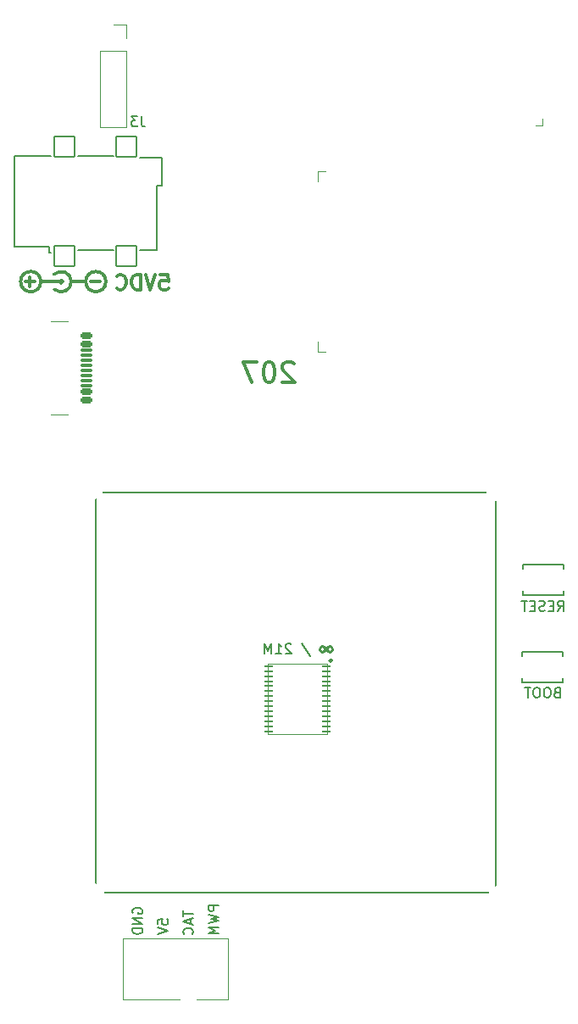
<source format=gbr>
%TF.GenerationSoftware,KiCad,Pcbnew,8.0.1*%
%TF.CreationDate,2024-07-15T09:21:23+08:00*%
%TF.ProjectId,bitaxeUltra,62697461-7865-4556-9c74-72612e6b6963,rev?*%
%TF.SameCoordinates,Original*%
%TF.FileFunction,Legend,Bot*%
%TF.FilePolarity,Positive*%
%FSLAX46Y46*%
G04 Gerber Fmt 4.6, Leading zero omitted, Abs format (unit mm)*
G04 Created by KiCad (PCBNEW 8.0.1) date 2024-07-15 09:21:23*
%MOMM*%
%LPD*%
G01*
G04 APERTURE LIST*
G04 Aperture macros list*
%AMRoundRect*
0 Rectangle with rounded corners*
0 $1 Rounding radius*
0 $2 $3 $4 $5 $6 $7 $8 $9 X,Y pos of 4 corners*
0 Add a 4 corners polygon primitive as box body*
4,1,4,$2,$3,$4,$5,$6,$7,$8,$9,$2,$3,0*
0 Add four circle primitives for the rounded corners*
1,1,$1+$1,$2,$3*
1,1,$1+$1,$4,$5*
1,1,$1+$1,$6,$7*
1,1,$1+$1,$8,$9*
0 Add four rect primitives between the rounded corners*
20,1,$1+$1,$2,$3,$4,$5,0*
20,1,$1+$1,$4,$5,$6,$7,0*
20,1,$1+$1,$6,$7,$8,$9,0*
20,1,$1+$1,$8,$9,$2,$3,0*%
G04 Aperture macros list end*
%ADD10C,0.150000*%
%ADD11C,0.300000*%
%ADD12C,0.250000*%
%ADD13C,0.120000*%
%ADD14C,0.050000*%
%ADD15C,0.227485*%
%ADD16C,0.000000*%
%ADD17C,0.127000*%
%ADD18C,0.152400*%
%ADD19C,0.310000*%
%ADD20C,0.200000*%
%ADD21C,0.100000*%
%ADD22C,0.010000*%
%ADD23C,3.000000*%
%ADD24C,0.800000*%
%ADD25C,6.000000*%
%ADD26R,1.700000X1.700000*%
%ADD27O,1.700000X1.700000*%
%ADD28C,3.500000*%
%ADD29C,0.400000*%
%ADD30C,1.295400*%
%ADD31C,1.574800*%
%ADD32C,1.700000*%
%ADD33C,2.000000*%
%ADD34RoundRect,0.055250X0.340750X0.055250X-0.340750X0.055250X-0.340750X-0.055250X0.340750X-0.055250X0*%
%ADD35C,0.650000*%
%ADD36RoundRect,0.150000X0.425000X-0.150000X0.425000X0.150000X-0.425000X0.150000X-0.425000X-0.150000X0*%
%ADD37RoundRect,0.075000X0.500000X-0.075000X0.500000X0.075000X-0.500000X0.075000X-0.500000X-0.075000X0*%
%ADD38O,1.800000X1.000000*%
%ADD39O,2.100000X1.000000*%
%ADD40R,0.900000X1.500000*%
%ADD41R,1.500000X0.900000*%
%ADD42R,0.900000X0.900000*%
%ADD43C,0.990600*%
%ADD44C,0.787400*%
%ADD45C,1.600000*%
%ADD46C,1.800000*%
%ADD47RoundRect,0.102000X1.000000X-1.000000X1.000000X1.000000X-1.000000X1.000000X-1.000000X-1.000000X0*%
%ADD48R,0.900000X1.800000*%
G04 APERTURE END LIST*
D10*
X85450000Y-95700000D02*
X125430000Y-95700000D01*
X125430000Y-135690000D01*
X85450000Y-135690000D01*
X85450000Y-95700000D01*
X106006190Y-110747200D02*
X106863332Y-112032914D01*
X104958570Y-110890057D02*
X104910951Y-110842438D01*
X104910951Y-110842438D02*
X104815713Y-110794819D01*
X104815713Y-110794819D02*
X104577618Y-110794819D01*
X104577618Y-110794819D02*
X104482380Y-110842438D01*
X104482380Y-110842438D02*
X104434761Y-110890057D01*
X104434761Y-110890057D02*
X104387142Y-110985295D01*
X104387142Y-110985295D02*
X104387142Y-111080533D01*
X104387142Y-111080533D02*
X104434761Y-111223390D01*
X104434761Y-111223390D02*
X105006189Y-111794819D01*
X105006189Y-111794819D02*
X104387142Y-111794819D01*
X103434761Y-111794819D02*
X104006189Y-111794819D01*
X103720475Y-111794819D02*
X103720475Y-110794819D01*
X103720475Y-110794819D02*
X103815713Y-110937676D01*
X103815713Y-110937676D02*
X103910951Y-111032914D01*
X103910951Y-111032914D02*
X104006189Y-111080533D01*
X103006189Y-111794819D02*
X103006189Y-110794819D01*
X103006189Y-110794819D02*
X102672856Y-111509104D01*
X102672856Y-111509104D02*
X102339523Y-110794819D01*
X102339523Y-110794819D02*
X102339523Y-111794819D01*
X91663819Y-138827523D02*
X91663819Y-138351333D01*
X91663819Y-138351333D02*
X92140009Y-138303714D01*
X92140009Y-138303714D02*
X92092390Y-138351333D01*
X92092390Y-138351333D02*
X92044771Y-138446571D01*
X92044771Y-138446571D02*
X92044771Y-138684666D01*
X92044771Y-138684666D02*
X92092390Y-138779904D01*
X92092390Y-138779904D02*
X92140009Y-138827523D01*
X92140009Y-138827523D02*
X92235247Y-138875142D01*
X92235247Y-138875142D02*
X92473342Y-138875142D01*
X92473342Y-138875142D02*
X92568580Y-138827523D01*
X92568580Y-138827523D02*
X92616200Y-138779904D01*
X92616200Y-138779904D02*
X92663819Y-138684666D01*
X92663819Y-138684666D02*
X92663819Y-138446571D01*
X92663819Y-138446571D02*
X92616200Y-138351333D01*
X92616200Y-138351333D02*
X92568580Y-138303714D01*
X91663819Y-139160857D02*
X92663819Y-139494190D01*
X92663819Y-139494190D02*
X91663819Y-139827523D01*
D11*
X91911203Y-73930828D02*
X92625489Y-73930828D01*
X92625489Y-73930828D02*
X92696917Y-74645114D01*
X92696917Y-74645114D02*
X92625489Y-74573685D01*
X92625489Y-74573685D02*
X92482632Y-74502257D01*
X92482632Y-74502257D02*
X92125489Y-74502257D01*
X92125489Y-74502257D02*
X91982632Y-74573685D01*
X91982632Y-74573685D02*
X91911203Y-74645114D01*
X91911203Y-74645114D02*
X91839774Y-74787971D01*
X91839774Y-74787971D02*
X91839774Y-75145114D01*
X91839774Y-75145114D02*
X91911203Y-75287971D01*
X91911203Y-75287971D02*
X91982632Y-75359400D01*
X91982632Y-75359400D02*
X92125489Y-75430828D01*
X92125489Y-75430828D02*
X92482632Y-75430828D01*
X92482632Y-75430828D02*
X92625489Y-75359400D01*
X92625489Y-75359400D02*
X92696917Y-75287971D01*
X91411203Y-73930828D02*
X90911203Y-75430828D01*
X90911203Y-75430828D02*
X90411203Y-73930828D01*
X89911204Y-75430828D02*
X89911204Y-73930828D01*
X89911204Y-73930828D02*
X89554061Y-73930828D01*
X89554061Y-73930828D02*
X89339775Y-74002257D01*
X89339775Y-74002257D02*
X89196918Y-74145114D01*
X89196918Y-74145114D02*
X89125489Y-74287971D01*
X89125489Y-74287971D02*
X89054061Y-74573685D01*
X89054061Y-74573685D02*
X89054061Y-74787971D01*
X89054061Y-74787971D02*
X89125489Y-75073685D01*
X89125489Y-75073685D02*
X89196918Y-75216542D01*
X89196918Y-75216542D02*
X89339775Y-75359400D01*
X89339775Y-75359400D02*
X89554061Y-75430828D01*
X89554061Y-75430828D02*
X89911204Y-75430828D01*
X87554061Y-75287971D02*
X87625489Y-75359400D01*
X87625489Y-75359400D02*
X87839775Y-75430828D01*
X87839775Y-75430828D02*
X87982632Y-75430828D01*
X87982632Y-75430828D02*
X88196918Y-75359400D01*
X88196918Y-75359400D02*
X88339775Y-75216542D01*
X88339775Y-75216542D02*
X88411204Y-75073685D01*
X88411204Y-75073685D02*
X88482632Y-74787971D01*
X88482632Y-74787971D02*
X88482632Y-74573685D01*
X88482632Y-74573685D02*
X88411204Y-74287971D01*
X88411204Y-74287971D02*
X88339775Y-74145114D01*
X88339775Y-74145114D02*
X88196918Y-74002257D01*
X88196918Y-74002257D02*
X87982632Y-73930828D01*
X87982632Y-73930828D02*
X87839775Y-73930828D01*
X87839775Y-73930828D02*
X87625489Y-74002257D01*
X87625489Y-74002257D02*
X87554061Y-74073685D01*
X105251679Y-82870114D02*
X105156441Y-82774876D01*
X105156441Y-82774876D02*
X104965965Y-82679638D01*
X104965965Y-82679638D02*
X104489774Y-82679638D01*
X104489774Y-82679638D02*
X104299298Y-82774876D01*
X104299298Y-82774876D02*
X104204060Y-82870114D01*
X104204060Y-82870114D02*
X104108822Y-83060590D01*
X104108822Y-83060590D02*
X104108822Y-83251066D01*
X104108822Y-83251066D02*
X104204060Y-83536780D01*
X104204060Y-83536780D02*
X105346917Y-84679638D01*
X105346917Y-84679638D02*
X104108822Y-84679638D01*
X102870727Y-82679638D02*
X102680250Y-82679638D01*
X102680250Y-82679638D02*
X102489774Y-82774876D01*
X102489774Y-82774876D02*
X102394536Y-82870114D01*
X102394536Y-82870114D02*
X102299298Y-83060590D01*
X102299298Y-83060590D02*
X102204060Y-83441542D01*
X102204060Y-83441542D02*
X102204060Y-83917733D01*
X102204060Y-83917733D02*
X102299298Y-84298685D01*
X102299298Y-84298685D02*
X102394536Y-84489161D01*
X102394536Y-84489161D02*
X102489774Y-84584400D01*
X102489774Y-84584400D02*
X102680250Y-84679638D01*
X102680250Y-84679638D02*
X102870727Y-84679638D01*
X102870727Y-84679638D02*
X103061203Y-84584400D01*
X103061203Y-84584400D02*
X103156441Y-84489161D01*
X103156441Y-84489161D02*
X103251679Y-84298685D01*
X103251679Y-84298685D02*
X103346917Y-83917733D01*
X103346917Y-83917733D02*
X103346917Y-83441542D01*
X103346917Y-83441542D02*
X103251679Y-83060590D01*
X103251679Y-83060590D02*
X103156441Y-82870114D01*
X103156441Y-82870114D02*
X103061203Y-82774876D01*
X103061203Y-82774876D02*
X102870727Y-82679638D01*
X101537393Y-82679638D02*
X100204060Y-82679638D01*
X100204060Y-82679638D02*
X101061203Y-84679638D01*
D10*
X97719819Y-136958238D02*
X96719819Y-136958238D01*
X96719819Y-136958238D02*
X96719819Y-137339190D01*
X96719819Y-137339190D02*
X96767438Y-137434428D01*
X96767438Y-137434428D02*
X96815057Y-137482047D01*
X96815057Y-137482047D02*
X96910295Y-137529666D01*
X96910295Y-137529666D02*
X97053152Y-137529666D01*
X97053152Y-137529666D02*
X97148390Y-137482047D01*
X97148390Y-137482047D02*
X97196009Y-137434428D01*
X97196009Y-137434428D02*
X97243628Y-137339190D01*
X97243628Y-137339190D02*
X97243628Y-136958238D01*
X96719819Y-137863000D02*
X97719819Y-138101095D01*
X97719819Y-138101095D02*
X97005533Y-138291571D01*
X97005533Y-138291571D02*
X97719819Y-138482047D01*
X97719819Y-138482047D02*
X96719819Y-138720143D01*
X97719819Y-139101095D02*
X96719819Y-139101095D01*
X96719819Y-139101095D02*
X97434104Y-139434428D01*
X97434104Y-139434428D02*
X96719819Y-139767761D01*
X96719819Y-139767761D02*
X97719819Y-139767761D01*
D12*
X108259523Y-111149857D02*
X108069047Y-111054619D01*
X108069047Y-111054619D02*
X107878571Y-111149857D01*
X107878571Y-111149857D02*
X107783333Y-111340333D01*
X107783333Y-111340333D02*
X107878571Y-111530809D01*
X107878571Y-111530809D02*
X108069047Y-111626047D01*
X108069047Y-111626047D02*
X108259523Y-111530809D01*
X108259523Y-111530809D02*
X108640475Y-111149857D01*
X108640475Y-111149857D02*
X108830952Y-111054619D01*
X108830952Y-111054619D02*
X109021428Y-111149857D01*
X109021428Y-111149857D02*
X109116666Y-111340333D01*
X109116666Y-111340333D02*
X109021428Y-111530809D01*
X109021428Y-111530809D02*
X108830952Y-111626047D01*
X108830952Y-111626047D02*
X108640475Y-111530809D01*
X108640475Y-111530809D02*
X108259523Y-111149857D01*
D10*
X94187319Y-137482047D02*
X94187319Y-138053475D01*
X95187319Y-137767761D02*
X94187319Y-137767761D01*
X94901604Y-138339190D02*
X94901604Y-138815380D01*
X95187319Y-138243952D02*
X94187319Y-138577285D01*
X94187319Y-138577285D02*
X95187319Y-138910618D01*
X95092080Y-139815380D02*
X95139700Y-139767761D01*
X95139700Y-139767761D02*
X95187319Y-139624904D01*
X95187319Y-139624904D02*
X95187319Y-139529666D01*
X95187319Y-139529666D02*
X95139700Y-139386809D01*
X95139700Y-139386809D02*
X95044461Y-139291571D01*
X95044461Y-139291571D02*
X94949223Y-139243952D01*
X94949223Y-139243952D02*
X94758747Y-139196333D01*
X94758747Y-139196333D02*
X94615890Y-139196333D01*
X94615890Y-139196333D02*
X94425414Y-139243952D01*
X94425414Y-139243952D02*
X94330176Y-139291571D01*
X94330176Y-139291571D02*
X94234938Y-139386809D01*
X94234938Y-139386809D02*
X94187319Y-139529666D01*
X94187319Y-139529666D02*
X94187319Y-139624904D01*
X94187319Y-139624904D02*
X94234938Y-139767761D01*
X94234938Y-139767761D02*
X94282557Y-139815380D01*
X89169938Y-137720143D02*
X89122319Y-137624905D01*
X89122319Y-137624905D02*
X89122319Y-137482048D01*
X89122319Y-137482048D02*
X89169938Y-137339191D01*
X89169938Y-137339191D02*
X89265176Y-137243953D01*
X89265176Y-137243953D02*
X89360414Y-137196334D01*
X89360414Y-137196334D02*
X89550890Y-137148715D01*
X89550890Y-137148715D02*
X89693747Y-137148715D01*
X89693747Y-137148715D02*
X89884223Y-137196334D01*
X89884223Y-137196334D02*
X89979461Y-137243953D01*
X89979461Y-137243953D02*
X90074700Y-137339191D01*
X90074700Y-137339191D02*
X90122319Y-137482048D01*
X90122319Y-137482048D02*
X90122319Y-137577286D01*
X90122319Y-137577286D02*
X90074700Y-137720143D01*
X90074700Y-137720143D02*
X90027080Y-137767762D01*
X90027080Y-137767762D02*
X89693747Y-137767762D01*
X89693747Y-137767762D02*
X89693747Y-137577286D01*
X90122319Y-138196334D02*
X89122319Y-138196334D01*
X89122319Y-138196334D02*
X90122319Y-138767762D01*
X90122319Y-138767762D02*
X89122319Y-138767762D01*
X90122319Y-139243953D02*
X89122319Y-139243953D01*
X89122319Y-139243953D02*
X89122319Y-139482048D01*
X89122319Y-139482048D02*
X89169938Y-139624905D01*
X89169938Y-139624905D02*
X89265176Y-139720143D01*
X89265176Y-139720143D02*
X89360414Y-139767762D01*
X89360414Y-139767762D02*
X89550890Y-139815381D01*
X89550890Y-139815381D02*
X89693747Y-139815381D01*
X89693747Y-139815381D02*
X89884223Y-139767762D01*
X89884223Y-139767762D02*
X89979461Y-139720143D01*
X89979461Y-139720143D02*
X90074700Y-139624905D01*
X90074700Y-139624905D02*
X90122319Y-139482048D01*
X90122319Y-139482048D02*
X90122319Y-139243953D01*
X90013333Y-58134819D02*
X90013333Y-58849104D01*
X90013333Y-58849104D02*
X90060952Y-58991961D01*
X90060952Y-58991961D02*
X90156190Y-59087200D01*
X90156190Y-59087200D02*
X90299047Y-59134819D01*
X90299047Y-59134819D02*
X90394285Y-59134819D01*
X89632380Y-58134819D02*
X89013333Y-58134819D01*
X89013333Y-58134819D02*
X89346666Y-58515771D01*
X89346666Y-58515771D02*
X89203809Y-58515771D01*
X89203809Y-58515771D02*
X89108571Y-58563390D01*
X89108571Y-58563390D02*
X89060952Y-58611009D01*
X89060952Y-58611009D02*
X89013333Y-58706247D01*
X89013333Y-58706247D02*
X89013333Y-58944342D01*
X89013333Y-58944342D02*
X89060952Y-59039580D01*
X89060952Y-59039580D02*
X89108571Y-59087200D01*
X89108571Y-59087200D02*
X89203809Y-59134819D01*
X89203809Y-59134819D02*
X89489523Y-59134819D01*
X89489523Y-59134819D02*
X89584761Y-59087200D01*
X89584761Y-59087200D02*
X89632380Y-59039580D01*
X131608381Y-107530819D02*
X131941714Y-107054628D01*
X132179809Y-107530819D02*
X132179809Y-106530819D01*
X132179809Y-106530819D02*
X131798857Y-106530819D01*
X131798857Y-106530819D02*
X131703619Y-106578438D01*
X131703619Y-106578438D02*
X131656000Y-106626057D01*
X131656000Y-106626057D02*
X131608381Y-106721295D01*
X131608381Y-106721295D02*
X131608381Y-106864152D01*
X131608381Y-106864152D02*
X131656000Y-106959390D01*
X131656000Y-106959390D02*
X131703619Y-107007009D01*
X131703619Y-107007009D02*
X131798857Y-107054628D01*
X131798857Y-107054628D02*
X132179809Y-107054628D01*
X131179809Y-107007009D02*
X130846476Y-107007009D01*
X130703619Y-107530819D02*
X131179809Y-107530819D01*
X131179809Y-107530819D02*
X131179809Y-106530819D01*
X131179809Y-106530819D02*
X130703619Y-106530819D01*
X130322666Y-107483200D02*
X130179809Y-107530819D01*
X130179809Y-107530819D02*
X129941714Y-107530819D01*
X129941714Y-107530819D02*
X129846476Y-107483200D01*
X129846476Y-107483200D02*
X129798857Y-107435580D01*
X129798857Y-107435580D02*
X129751238Y-107340342D01*
X129751238Y-107340342D02*
X129751238Y-107245104D01*
X129751238Y-107245104D02*
X129798857Y-107149866D01*
X129798857Y-107149866D02*
X129846476Y-107102247D01*
X129846476Y-107102247D02*
X129941714Y-107054628D01*
X129941714Y-107054628D02*
X130132190Y-107007009D01*
X130132190Y-107007009D02*
X130227428Y-106959390D01*
X130227428Y-106959390D02*
X130275047Y-106911771D01*
X130275047Y-106911771D02*
X130322666Y-106816533D01*
X130322666Y-106816533D02*
X130322666Y-106721295D01*
X130322666Y-106721295D02*
X130275047Y-106626057D01*
X130275047Y-106626057D02*
X130227428Y-106578438D01*
X130227428Y-106578438D02*
X130132190Y-106530819D01*
X130132190Y-106530819D02*
X129894095Y-106530819D01*
X129894095Y-106530819D02*
X129751238Y-106578438D01*
X129322666Y-107007009D02*
X128989333Y-107007009D01*
X128846476Y-107530819D02*
X129322666Y-107530819D01*
X129322666Y-107530819D02*
X129322666Y-106530819D01*
X129322666Y-106530819D02*
X128846476Y-106530819D01*
X128560761Y-106530819D02*
X127989333Y-106530819D01*
X128275047Y-107530819D02*
X128275047Y-106530819D01*
D11*
X79364930Y-74636649D02*
X78412550Y-74636649D01*
X78888740Y-75112839D02*
X78888740Y-74160458D01*
X85874930Y-74626649D02*
X84922550Y-74626649D01*
D10*
X131514142Y-115659009D02*
X131371285Y-115706628D01*
X131371285Y-115706628D02*
X131323666Y-115754247D01*
X131323666Y-115754247D02*
X131276047Y-115849485D01*
X131276047Y-115849485D02*
X131276047Y-115992342D01*
X131276047Y-115992342D02*
X131323666Y-116087580D01*
X131323666Y-116087580D02*
X131371285Y-116135200D01*
X131371285Y-116135200D02*
X131466523Y-116182819D01*
X131466523Y-116182819D02*
X131847475Y-116182819D01*
X131847475Y-116182819D02*
X131847475Y-115182819D01*
X131847475Y-115182819D02*
X131514142Y-115182819D01*
X131514142Y-115182819D02*
X131418904Y-115230438D01*
X131418904Y-115230438D02*
X131371285Y-115278057D01*
X131371285Y-115278057D02*
X131323666Y-115373295D01*
X131323666Y-115373295D02*
X131323666Y-115468533D01*
X131323666Y-115468533D02*
X131371285Y-115563771D01*
X131371285Y-115563771D02*
X131418904Y-115611390D01*
X131418904Y-115611390D02*
X131514142Y-115659009D01*
X131514142Y-115659009D02*
X131847475Y-115659009D01*
X130656999Y-115182819D02*
X130466523Y-115182819D01*
X130466523Y-115182819D02*
X130371285Y-115230438D01*
X130371285Y-115230438D02*
X130276047Y-115325676D01*
X130276047Y-115325676D02*
X130228428Y-115516152D01*
X130228428Y-115516152D02*
X130228428Y-115849485D01*
X130228428Y-115849485D02*
X130276047Y-116039961D01*
X130276047Y-116039961D02*
X130371285Y-116135200D01*
X130371285Y-116135200D02*
X130466523Y-116182819D01*
X130466523Y-116182819D02*
X130656999Y-116182819D01*
X130656999Y-116182819D02*
X130752237Y-116135200D01*
X130752237Y-116135200D02*
X130847475Y-116039961D01*
X130847475Y-116039961D02*
X130895094Y-115849485D01*
X130895094Y-115849485D02*
X130895094Y-115516152D01*
X130895094Y-115516152D02*
X130847475Y-115325676D01*
X130847475Y-115325676D02*
X130752237Y-115230438D01*
X130752237Y-115230438D02*
X130656999Y-115182819D01*
X129609380Y-115182819D02*
X129418904Y-115182819D01*
X129418904Y-115182819D02*
X129323666Y-115230438D01*
X129323666Y-115230438D02*
X129228428Y-115325676D01*
X129228428Y-115325676D02*
X129180809Y-115516152D01*
X129180809Y-115516152D02*
X129180809Y-115849485D01*
X129180809Y-115849485D02*
X129228428Y-116039961D01*
X129228428Y-116039961D02*
X129323666Y-116135200D01*
X129323666Y-116135200D02*
X129418904Y-116182819D01*
X129418904Y-116182819D02*
X129609380Y-116182819D01*
X129609380Y-116182819D02*
X129704618Y-116135200D01*
X129704618Y-116135200D02*
X129799856Y-116039961D01*
X129799856Y-116039961D02*
X129847475Y-115849485D01*
X129847475Y-115849485D02*
X129847475Y-115516152D01*
X129847475Y-115516152D02*
X129799856Y-115325676D01*
X129799856Y-115325676D02*
X129704618Y-115230438D01*
X129704618Y-115230438D02*
X129609380Y-115182819D01*
X128895094Y-115182819D02*
X128323666Y-115182819D01*
X128609380Y-116182819D02*
X128609380Y-115182819D01*
D13*
%TO.C,J6*%
X88198600Y-140193000D02*
X98663400Y-140193000D01*
X88198600Y-146289000D02*
X88198600Y-140193000D01*
X93861825Y-146289000D02*
X88198600Y-146289000D01*
X98663400Y-140193000D02*
X98663400Y-146289000D01*
X98663400Y-146289000D02*
X95540175Y-146289000D01*
%TO.C,J3*%
X85875000Y-51562000D02*
X85875000Y-59242000D01*
X88535000Y-48962000D02*
X87205000Y-48962000D01*
X88535000Y-50292000D02*
X88535000Y-48962000D01*
X88535000Y-51562000D02*
X85875000Y-51562000D01*
X88535000Y-51562000D02*
X88535000Y-59242000D01*
X88535000Y-59242000D02*
X85875000Y-59242000D01*
%TO.C,U12*%
D14*
X102609030Y-119800000D02*
X108609030Y-119800000D01*
X108609030Y-112800000D01*
X102609030Y-112800000D01*
X102609030Y-119800000D01*
D15*
X109042772Y-112490000D02*
G75*
G02*
X108815288Y-112490000I-113742J0D01*
G01*
X108815288Y-112490000D02*
G75*
G02*
X109042772Y-112490000I113742J0D01*
G01*
D13*
%TO.C,J5*%
X80965000Y-78590000D02*
X82665000Y-78590000D01*
X80965000Y-87930000D02*
X82665000Y-87930000D01*
%TO.C,U4*%
X107680000Y-63610000D02*
X107680000Y-64610000D01*
X107680000Y-81610000D02*
X107680000Y-80610000D01*
X108430000Y-63610000D02*
X107680000Y-63610000D01*
X108430000Y-81610000D02*
X107680000Y-81610000D01*
%TO.C,J2*%
X129400000Y-59000000D02*
X130035000Y-59000000D01*
X130035000Y-59000000D02*
X130035000Y-58365000D01*
D16*
%TO.C,G\u002A\u002A\u002A*%
G36*
X118501554Y-95339509D02*
G01*
X118504814Y-95345777D01*
X118487663Y-95353401D01*
X118476632Y-95351897D01*
X118473772Y-95339509D01*
X118476826Y-95337016D01*
X118501554Y-95339509D01*
G37*
D17*
%TO.C,J1*%
X77330000Y-62120000D02*
X77330000Y-71120000D01*
X80830000Y-71120000D02*
X77330000Y-71120000D01*
X80830000Y-71120000D02*
X80830000Y-71720000D01*
X81010000Y-62120000D02*
X77330000Y-62120000D01*
X81010000Y-71720000D02*
X80830000Y-71720000D01*
X83650000Y-62120000D02*
X87210000Y-62120000D01*
X83650000Y-71470000D02*
X87210000Y-71470000D01*
X89850000Y-62220000D02*
X92030000Y-62220000D01*
X91530000Y-65070000D02*
X91530000Y-71470000D01*
X91530000Y-65070000D02*
X92030000Y-65070000D01*
X91530000Y-71470000D02*
X89850000Y-71470000D01*
X92030000Y-62220000D02*
X92030000Y-65070000D01*
D18*
%TO.C,SW1*%
X128154000Y-102924000D02*
X132218000Y-102924000D01*
X128154000Y-103353260D02*
X128154000Y-102924000D01*
X128154000Y-105972000D02*
X128154000Y-105542740D01*
X132218000Y-102924000D02*
X132218000Y-103353260D01*
X132218000Y-105542740D02*
X132218000Y-105972000D01*
X132218000Y-105972000D02*
X128154000Y-105972000D01*
D11*
%TO.C,U1*%
X81994918Y-74631416D02*
X79965083Y-74631416D01*
X83014188Y-74631416D02*
X84454917Y-74631416D01*
X81289918Y-73916416D02*
G75*
G02*
X81335888Y-75408739I709999J-724999D01*
G01*
X79965083Y-74631416D02*
G75*
G02*
X77949917Y-74631416I-1007583J0D01*
G01*
X77949917Y-74631416D02*
G75*
G02*
X79965083Y-74631416I1007583J0D01*
G01*
D19*
X82154918Y-74641416D02*
G75*
G02*
X81844918Y-74641416I-155000J0D01*
G01*
X81844918Y-74641416D02*
G75*
G02*
X82154918Y-74641416I155000J0D01*
G01*
D11*
X86470083Y-74631416D02*
G75*
G02*
X84454917Y-74631416I-1007583J0D01*
G01*
X84454917Y-74631416D02*
G75*
G02*
X86470083Y-74631416I1007583J0D01*
G01*
D18*
%TO.C,SW2*%
X128050000Y-111631000D02*
X132114000Y-111631000D01*
X128050000Y-112060260D02*
X128050000Y-111631000D01*
X128050000Y-114679000D02*
X128050000Y-114249740D01*
X132114000Y-111631000D02*
X132114000Y-112060260D01*
X132114000Y-114249740D02*
X132114000Y-114679000D01*
X132114000Y-114679000D02*
X128050000Y-114679000D01*
%TD*%
%LPC*%
D20*
%TO.C,REF\u002A\u002A*%
X123222983Y-143638007D02*
X122522983Y-143638007D01*
X122522983Y-141738007D01*
X123222983Y-141738007D01*
X123222983Y-143638007D01*
G36*
X123222983Y-143638007D02*
G01*
X122522983Y-143638007D01*
X122522983Y-141738007D01*
X123222983Y-141738007D01*
X123222983Y-143638007D01*
G37*
X112622983Y-143638007D02*
X111922983Y-143638007D01*
X111922983Y-141738007D01*
X112622983Y-141738007D01*
X112622983Y-143638007D01*
G36*
X112622983Y-143638007D02*
G01*
X111922983Y-143638007D01*
X111922983Y-141738007D01*
X112622983Y-141738007D01*
X112622983Y-143638007D01*
G37*
X103464171Y-141726014D02*
X103324171Y-142106014D01*
X103144171Y-142156014D01*
X103114171Y-141956014D01*
X103464171Y-141716014D01*
X103464171Y-141726014D01*
G36*
X103464171Y-141726014D02*
G01*
X103324171Y-142106014D01*
X103144171Y-142156014D01*
X103114171Y-141956014D01*
X103464171Y-141716014D01*
X103464171Y-141726014D01*
G37*
D21*
X103922983Y-141848007D02*
X103182383Y-141883227D01*
X103197983Y-141865507D01*
X103220866Y-141657562D01*
X103226769Y-141423814D01*
X103268816Y-141193007D01*
X103353977Y-141148186D01*
X103922983Y-141138007D01*
X103922983Y-141848007D01*
G36*
X103922983Y-141848007D02*
G01*
X103182383Y-141883227D01*
X103197983Y-141865507D01*
X103220866Y-141657562D01*
X103226769Y-141423814D01*
X103268816Y-141193007D01*
X103353977Y-141148186D01*
X103922983Y-141138007D01*
X103922983Y-141848007D01*
G37*
D20*
X111422983Y-144338007D02*
X111034050Y-144334995D01*
X110945525Y-144325970D01*
X110901561Y-144310772D01*
X110866823Y-144279833D01*
X110839707Y-144228318D01*
X110826659Y-144055391D01*
X110822983Y-143541833D01*
X111424171Y-143436014D01*
X111422983Y-144338007D01*
G36*
X111422983Y-144338007D02*
G01*
X111034050Y-144334995D01*
X110945525Y-144325970D01*
X110901561Y-144310772D01*
X110866823Y-144279833D01*
X110839707Y-144228318D01*
X110826659Y-144055391D01*
X110822983Y-143541833D01*
X111424171Y-143436014D01*
X111422983Y-144338007D01*
G37*
X103922983Y-143638007D02*
X103631316Y-143638007D01*
X103516322Y-143628784D01*
X103411863Y-143601288D01*
X103331966Y-143561009D01*
X103249721Y-143442731D01*
X103054632Y-143071270D01*
X103163207Y-142938412D01*
X103199419Y-142844031D01*
X103223184Y-142726171D01*
X103228881Y-142606073D01*
X103215833Y-142490895D01*
X103183579Y-142379560D01*
X103922983Y-141138007D01*
X103922983Y-143638007D01*
G36*
X103922983Y-143638007D02*
G01*
X103631316Y-143638007D01*
X103516322Y-143628784D01*
X103411863Y-143601288D01*
X103331966Y-143561009D01*
X103249721Y-143442731D01*
X103054632Y-143071270D01*
X103163207Y-142938412D01*
X103199419Y-142844031D01*
X103223184Y-142726171D01*
X103228881Y-142606073D01*
X103215833Y-142490895D01*
X103183579Y-142379560D01*
X103922983Y-141138007D01*
X103922983Y-143638007D01*
G37*
X109122983Y-143638007D02*
X108322983Y-143638007D01*
X108322983Y-142638007D01*
X107422983Y-142638007D01*
X107422983Y-143638007D01*
X106722983Y-143638007D01*
X106722983Y-141138007D01*
X107183572Y-141140657D01*
X107341024Y-141163145D01*
X107406494Y-141246754D01*
X107416170Y-141304643D01*
X107422983Y-142038007D01*
X108322983Y-142038007D01*
X108322983Y-141138007D01*
X109122983Y-141138007D01*
X109122983Y-143638007D01*
G36*
X109122983Y-143638007D02*
G01*
X108322983Y-143638007D01*
X108322983Y-142638007D01*
X107422983Y-142638007D01*
X107422983Y-143638007D01*
X106722983Y-143638007D01*
X106722983Y-141138007D01*
X107183572Y-141140657D01*
X107341024Y-141163145D01*
X107406494Y-141246754D01*
X107416170Y-141304643D01*
X107422983Y-142038007D01*
X108322983Y-142038007D01*
X108322983Y-141138007D01*
X109122983Y-141138007D01*
X109122983Y-143638007D01*
G37*
X125810910Y-141615581D02*
X125764650Y-141694257D01*
X125712973Y-141721334D01*
X125422983Y-141738007D01*
X125022983Y-141738007D01*
X125022983Y-143638007D01*
X124322983Y-143638007D01*
X124322983Y-141738007D01*
X123801149Y-141734170D01*
X123679315Y-141730333D01*
X123627678Y-141719459D01*
X123581316Y-141694257D01*
X123550309Y-141659548D01*
X123535056Y-141615581D01*
X123526006Y-141526999D01*
X123522983Y-141438007D01*
X123522983Y-141138007D01*
X125822983Y-141138007D01*
X125810910Y-141615581D01*
G36*
X125810910Y-141615581D02*
G01*
X125764650Y-141694257D01*
X125712973Y-141721334D01*
X125422983Y-141738007D01*
X125022983Y-141738007D01*
X125022983Y-143638007D01*
X124322983Y-143638007D01*
X124322983Y-141738007D01*
X123801149Y-141734170D01*
X123679315Y-141730333D01*
X123627678Y-141719459D01*
X123581316Y-141694257D01*
X123550309Y-141659548D01*
X123535056Y-141615581D01*
X123526006Y-141526999D01*
X123522983Y-141438007D01*
X123522983Y-141138007D01*
X125822983Y-141138007D01*
X125810910Y-141615581D01*
G37*
X112364289Y-141140064D02*
X112506493Y-141156447D01*
X112585113Y-141202993D01*
X112605254Y-141237761D01*
X112622981Y-141338007D01*
X112605253Y-141438253D01*
X112554233Y-141498721D01*
X112506499Y-141519585D01*
X112455411Y-141529789D01*
X112364290Y-141535952D01*
X112181677Y-141535950D01*
X112090555Y-141529789D01*
X112039473Y-141519567D01*
X111991733Y-141498721D01*
X111940712Y-141438253D01*
X111927449Y-141388908D01*
X111922983Y-141338007D01*
X111940712Y-141237761D01*
X111991733Y-141177293D01*
X112039467Y-141156429D01*
X112090555Y-141146225D01*
X112181676Y-141140062D01*
X112272983Y-141138007D01*
X112364289Y-141140064D01*
G36*
X112364289Y-141140064D02*
G01*
X112506493Y-141156447D01*
X112585113Y-141202993D01*
X112605254Y-141237761D01*
X112622981Y-141338007D01*
X112605253Y-141438253D01*
X112554233Y-141498721D01*
X112506499Y-141519585D01*
X112455411Y-141529789D01*
X112364290Y-141535952D01*
X112181677Y-141535950D01*
X112090555Y-141529789D01*
X112039473Y-141519567D01*
X111991733Y-141498721D01*
X111940712Y-141438253D01*
X111927449Y-141388908D01*
X111922983Y-141338007D01*
X111940712Y-141237761D01*
X111991733Y-141177293D01*
X112039467Y-141156429D01*
X112090555Y-141146225D01*
X112181676Y-141140062D01*
X112272983Y-141138007D01*
X112364289Y-141140064D01*
G37*
X122964289Y-141140064D02*
X123106493Y-141156447D01*
X123154233Y-141177293D01*
X123205254Y-141237761D01*
X123218517Y-141287106D01*
X123222983Y-141338007D01*
X123218516Y-141388908D01*
X123205254Y-141438253D01*
X123185086Y-141472999D01*
X123154233Y-141498721D01*
X123106499Y-141519585D01*
X123055411Y-141529789D01*
X122964290Y-141535952D01*
X122781677Y-141535950D01*
X122690555Y-141529789D01*
X122639473Y-141519567D01*
X122591733Y-141498721D01*
X122560853Y-141473021D01*
X122540712Y-141438253D01*
X122522983Y-141338007D01*
X122540712Y-141237761D01*
X122591733Y-141177294D01*
X122639467Y-141156429D01*
X122690555Y-141146225D01*
X122781676Y-141140062D01*
X122872983Y-141138007D01*
X122964289Y-141140064D01*
G36*
X122964289Y-141140064D02*
G01*
X123106493Y-141156447D01*
X123154233Y-141177293D01*
X123205254Y-141237761D01*
X123218517Y-141287106D01*
X123222983Y-141338007D01*
X123218516Y-141388908D01*
X123205254Y-141438253D01*
X123185086Y-141472999D01*
X123154233Y-141498721D01*
X123106499Y-141519585D01*
X123055411Y-141529789D01*
X122964290Y-141535952D01*
X122781677Y-141535950D01*
X122690555Y-141529789D01*
X122639473Y-141519567D01*
X122591733Y-141498721D01*
X122560853Y-141473021D01*
X122540712Y-141438253D01*
X122522983Y-141338007D01*
X122540712Y-141237761D01*
X122591733Y-141177294D01*
X122639467Y-141156429D01*
X122690555Y-141146225D01*
X122781676Y-141140062D01*
X122872983Y-141138007D01*
X122964289Y-141140064D01*
G37*
X114922983Y-143638007D02*
X114232121Y-143638007D01*
X114202552Y-142963007D01*
X114179565Y-142573500D01*
X114144434Y-142401078D01*
X114079973Y-142319110D01*
X113972983Y-142288007D01*
X113826768Y-142354591D01*
X113776520Y-142496263D01*
X113765190Y-142594025D01*
X113754302Y-142778516D01*
X113734171Y-143126014D01*
X113713845Y-143638007D01*
X113022983Y-143638007D01*
X113027550Y-142740897D01*
X113042937Y-142438300D01*
X113060965Y-142305846D01*
X113108961Y-142102371D01*
X113178653Y-141960258D01*
X113248788Y-141880722D01*
X113334776Y-141818669D01*
X113437499Y-141772836D01*
X113546958Y-141746928D01*
X113668250Y-141740438D01*
X113788889Y-141754585D01*
X113912375Y-141789329D01*
X114029557Y-141841525D01*
X114082888Y-141866413D01*
X114138617Y-141885331D01*
X114192413Y-141864908D01*
X114211798Y-141822617D01*
X114220718Y-141659049D01*
X114222983Y-141541525D01*
X114230879Y-141286953D01*
X114269667Y-141191830D01*
X114355201Y-141147966D01*
X114463978Y-141140498D01*
X114922983Y-141138007D01*
X114922983Y-143638007D01*
G36*
X114922983Y-143638007D02*
G01*
X114232121Y-143638007D01*
X114202552Y-142963007D01*
X114179565Y-142573500D01*
X114144434Y-142401078D01*
X114079973Y-142319110D01*
X113972983Y-142288007D01*
X113826768Y-142354591D01*
X113776520Y-142496263D01*
X113765190Y-142594025D01*
X113754302Y-142778516D01*
X113734171Y-143126014D01*
X113713845Y-143638007D01*
X113022983Y-143638007D01*
X113027550Y-142740897D01*
X113042937Y-142438300D01*
X113060965Y-142305846D01*
X113108961Y-142102371D01*
X113178653Y-141960258D01*
X113248788Y-141880722D01*
X113334776Y-141818669D01*
X113437499Y-141772836D01*
X113546958Y-141746928D01*
X113668250Y-141740438D01*
X113788889Y-141754585D01*
X113912375Y-141789329D01*
X114029557Y-141841525D01*
X114082888Y-141866413D01*
X114138617Y-141885331D01*
X114192413Y-141864908D01*
X114211798Y-141822617D01*
X114220718Y-141659049D01*
X114222983Y-141541525D01*
X114230879Y-141286953D01*
X114269667Y-141191830D01*
X114355201Y-141147966D01*
X114463978Y-141140498D01*
X114922983Y-141138007D01*
X114922983Y-143638007D01*
G37*
X105022983Y-142279828D02*
X105036223Y-142710777D01*
X105052598Y-142835987D01*
X105085991Y-142957767D01*
X105123376Y-143029821D01*
X105247086Y-143125276D01*
X105322983Y-143138007D01*
X105398878Y-143125271D01*
X105466462Y-143088462D01*
X105522583Y-143029816D01*
X105559975Y-142957767D01*
X105611477Y-142654365D01*
X105622983Y-142279828D01*
X105628774Y-141928724D01*
X105661825Y-141808159D01*
X105739958Y-141753030D01*
X105831163Y-141741769D01*
X105922983Y-141738007D01*
X106222983Y-141738007D01*
X106222983Y-142530864D01*
X106215078Y-142919406D01*
X106205633Y-143051367D01*
X106188073Y-143182495D01*
X106140517Y-143363689D01*
X106065840Y-143480864D01*
X105989232Y-143542314D01*
X105791891Y-143616698D01*
X105679369Y-143631903D01*
X105558199Y-143631454D01*
X105324398Y-143582654D01*
X105127977Y-143492589D01*
X105051396Y-143485059D01*
X105016662Y-143557638D01*
X104920170Y-143607599D01*
X104740141Y-143636127D01*
X104322983Y-143638007D01*
X104322983Y-141738007D01*
X105022983Y-141738007D01*
X105022983Y-142279828D01*
G36*
X105022983Y-142279828D02*
G01*
X105036223Y-142710777D01*
X105052598Y-142835987D01*
X105085991Y-142957767D01*
X105123376Y-143029821D01*
X105247086Y-143125276D01*
X105322983Y-143138007D01*
X105398878Y-143125271D01*
X105466462Y-143088462D01*
X105522583Y-143029816D01*
X105559975Y-142957767D01*
X105611477Y-142654365D01*
X105622983Y-142279828D01*
X105628774Y-141928724D01*
X105661825Y-141808159D01*
X105739958Y-141753030D01*
X105831163Y-141741769D01*
X105922983Y-141738007D01*
X106222983Y-141738007D01*
X106222983Y-142530864D01*
X106215078Y-142919406D01*
X106205633Y-143051367D01*
X106188073Y-143182495D01*
X106140517Y-143363689D01*
X106065840Y-143480864D01*
X105989232Y-143542314D01*
X105791891Y-143616698D01*
X105679369Y-143631903D01*
X105558199Y-143631454D01*
X105324398Y-143582654D01*
X105127977Y-143492589D01*
X105051396Y-143485059D01*
X105016662Y-143557638D01*
X104920170Y-143607599D01*
X104740141Y-143636127D01*
X104322983Y-143638007D01*
X104322983Y-141738007D01*
X105022983Y-141738007D01*
X105022983Y-142279828D01*
G37*
X111424171Y-143436014D02*
X110822983Y-143541833D01*
X110504171Y-143596014D01*
X110199024Y-143609839D01*
X110000626Y-143591003D01*
X109853792Y-143541147D01*
X109729498Y-143448432D01*
X109630942Y-143314430D01*
X109572898Y-143158543D01*
X109528320Y-142851752D01*
X109526001Y-142621641D01*
X109533126Y-142386136D01*
X109598654Y-142160261D01*
X109638835Y-142090667D01*
X109754428Y-141955438D01*
X109953071Y-141816182D01*
X110059488Y-141773202D01*
X110286504Y-141743648D01*
X110629557Y-141841525D01*
X110606546Y-142296442D01*
X110464081Y-142247127D01*
X110324669Y-142309452D01*
X110210551Y-142475358D01*
X110164034Y-142688968D01*
X110174840Y-142802145D01*
X110207126Y-142911157D01*
X110322451Y-143077282D01*
X110478645Y-143138007D01*
X110561053Y-143120967D01*
X110629910Y-143072599D01*
X110695288Y-142987217D01*
X110742191Y-142890447D01*
X110772806Y-142775656D01*
X110788246Y-142682126D01*
X110782464Y-142657245D01*
X110729753Y-142450656D01*
X110606546Y-142296442D01*
X110809364Y-141879441D01*
X110844149Y-141801776D01*
X111008065Y-141745546D01*
X111422983Y-141738007D01*
X111424171Y-143436014D01*
G36*
X111424171Y-143436014D02*
G01*
X110822983Y-143541833D01*
X110504171Y-143596014D01*
X110199024Y-143609839D01*
X110000626Y-143591003D01*
X109853792Y-143541147D01*
X109729498Y-143448432D01*
X109630942Y-143314430D01*
X109572898Y-143158543D01*
X109528320Y-142851752D01*
X109526001Y-142621641D01*
X109533126Y-142386136D01*
X109598654Y-142160261D01*
X109638835Y-142090667D01*
X109754428Y-141955438D01*
X109953071Y-141816182D01*
X110059488Y-141773202D01*
X110286504Y-141743648D01*
X110629557Y-141841525D01*
X110606546Y-142296442D01*
X110464081Y-142247127D01*
X110324669Y-142309452D01*
X110210551Y-142475358D01*
X110164034Y-142688968D01*
X110174840Y-142802145D01*
X110207126Y-142911157D01*
X110322451Y-143077282D01*
X110478645Y-143138007D01*
X110561053Y-143120967D01*
X110629910Y-143072599D01*
X110695288Y-142987217D01*
X110742191Y-142890447D01*
X110772806Y-142775656D01*
X110788246Y-142682126D01*
X110782464Y-142657245D01*
X110729753Y-142450656D01*
X110606546Y-142296442D01*
X110809364Y-141879441D01*
X110844149Y-141801776D01*
X111008065Y-141745546D01*
X111422983Y-141738007D01*
X111424171Y-143436014D01*
G37*
X102962009Y-141774814D02*
X103037771Y-141807471D01*
X103102983Y-141858007D01*
X103159116Y-141887176D01*
X103182383Y-141883227D01*
X103075513Y-142258800D01*
X102913176Y-142238833D01*
X102826433Y-142273438D01*
X102753476Y-142331738D01*
X102695939Y-142411701D01*
X102660163Y-142503485D01*
X102641320Y-142614138D01*
X102639711Y-142726372D01*
X102695115Y-142915947D01*
X102747632Y-142986908D01*
X102816776Y-143041795D01*
X102897192Y-143076246D01*
X103150061Y-143482067D01*
X103030027Y-143574644D01*
X102931471Y-143611917D01*
X102680095Y-143631061D01*
X102550193Y-143611109D01*
X102319998Y-143517967D01*
X102228561Y-143443585D01*
X102096138Y-143271987D01*
X102011578Y-143072407D01*
X101964622Y-142826523D01*
X101959394Y-142576251D01*
X101974171Y-142456014D01*
X102024171Y-142206014D01*
X102072307Y-142112572D01*
X102177859Y-141951751D01*
X102330124Y-141834185D01*
X102529296Y-141761958D01*
X102755130Y-141742310D01*
X102962009Y-141774814D01*
G36*
X102962009Y-141774814D02*
G01*
X103037771Y-141807471D01*
X103102983Y-141858007D01*
X103159116Y-141887176D01*
X103182383Y-141883227D01*
X103075513Y-142258800D01*
X102913176Y-142238833D01*
X102826433Y-142273438D01*
X102753476Y-142331738D01*
X102695939Y-142411701D01*
X102660163Y-142503485D01*
X102641320Y-142614138D01*
X102639711Y-142726372D01*
X102695115Y-142915947D01*
X102747632Y-142986908D01*
X102816776Y-143041795D01*
X102897192Y-143076246D01*
X103150061Y-143482067D01*
X103030027Y-143574644D01*
X102931471Y-143611917D01*
X102680095Y-143631061D01*
X102550193Y-143611109D01*
X102319998Y-143517967D01*
X102228561Y-143443585D01*
X102096138Y-143271987D01*
X102011578Y-143072407D01*
X101964622Y-142826523D01*
X101959394Y-142576251D01*
X101974171Y-142456014D01*
X102024171Y-142206014D01*
X102072307Y-142112572D01*
X102177859Y-141951751D01*
X102330124Y-141834185D01*
X102529296Y-141761958D01*
X102755130Y-141742310D01*
X102962009Y-141774814D01*
G37*
X103182383Y-141883227D02*
X103197983Y-141865507D01*
X103213567Y-141812308D01*
X103220866Y-141657562D01*
X103226769Y-141423814D01*
X103230556Y-141289621D01*
X103268816Y-141193007D01*
X103353977Y-141148186D01*
X103922983Y-141138007D01*
X103182383Y-141883227D01*
G36*
X103182383Y-141883227D02*
G01*
X103197983Y-141865507D01*
X103213567Y-141812308D01*
X103220866Y-141657562D01*
X103226769Y-141423814D01*
X103230556Y-141289621D01*
X103268816Y-141193007D01*
X103353977Y-141148186D01*
X103922983Y-141138007D01*
X103182383Y-141883227D01*
G37*
X122022983Y-143638007D02*
X121735002Y-143638007D01*
X121648515Y-143633293D01*
X121563053Y-143619210D01*
X121514791Y-143597074D01*
X121479940Y-143557014D01*
X121436317Y-143409765D01*
X121391022Y-142894397D01*
X121354670Y-142622456D01*
X121322661Y-142496313D01*
X121269586Y-142377486D01*
X121216619Y-142312591D01*
X121144314Y-142270296D01*
X121061895Y-142256047D01*
X120979705Y-142271590D01*
X120936381Y-142297269D01*
X120903994Y-142335837D01*
X120875349Y-142394910D01*
X120856284Y-142457732D01*
X120835860Y-142582585D01*
X120829028Y-142708913D01*
X120826006Y-142846891D01*
X120824171Y-143076014D01*
X120822983Y-143638007D01*
X120122983Y-143638007D01*
X120122983Y-142994517D01*
X120130072Y-142729549D01*
X120140696Y-142597536D01*
X120182115Y-142236688D01*
X120219446Y-142097310D01*
X120278316Y-141986440D01*
X120362759Y-141893556D01*
X120469523Y-141821746D01*
X120589945Y-141776427D01*
X120727134Y-141757235D01*
X120865312Y-141767034D01*
X121142386Y-141867664D01*
X121220794Y-141910411D01*
X121334555Y-141966959D01*
X121372015Y-141973054D01*
X121409186Y-141950082D01*
X121428280Y-141850702D01*
X121499583Y-141775119D01*
X121592962Y-141746877D01*
X121657821Y-141740227D01*
X121722983Y-141738007D01*
X122022983Y-141738007D01*
X122022983Y-143638007D01*
G36*
X122022983Y-143638007D02*
G01*
X121735002Y-143638007D01*
X121648515Y-143633293D01*
X121563053Y-143619210D01*
X121514791Y-143597074D01*
X121479940Y-143557014D01*
X121436317Y-143409765D01*
X121391022Y-142894397D01*
X121354670Y-142622456D01*
X121322661Y-142496313D01*
X121269586Y-142377486D01*
X121216619Y-142312591D01*
X121144314Y-142270296D01*
X121061895Y-142256047D01*
X120979705Y-142271590D01*
X120936381Y-142297269D01*
X120903994Y-142335837D01*
X120875349Y-142394910D01*
X120856284Y-142457732D01*
X120835860Y-142582585D01*
X120829028Y-142708913D01*
X120826006Y-142846891D01*
X120824171Y-143076014D01*
X120822983Y-143638007D01*
X120122983Y-143638007D01*
X120122983Y-142994517D01*
X120130072Y-142729549D01*
X120140696Y-142597536D01*
X120182115Y-142236688D01*
X120219446Y-142097310D01*
X120278316Y-141986440D01*
X120362759Y-141893556D01*
X120469523Y-141821746D01*
X120589945Y-141776427D01*
X120727134Y-141757235D01*
X120865312Y-141767034D01*
X121142386Y-141867664D01*
X121220794Y-141910411D01*
X121334555Y-141966959D01*
X121372015Y-141973054D01*
X121409186Y-141950082D01*
X121428280Y-141850702D01*
X121499583Y-141775119D01*
X121592962Y-141746877D01*
X121657821Y-141740227D01*
X121722983Y-141738007D01*
X122022983Y-141738007D01*
X122022983Y-143638007D01*
G37*
X116757492Y-141167194D02*
X116984171Y-141236014D01*
X117212348Y-141370894D01*
X117390532Y-141567126D01*
X117531209Y-141834135D01*
X117614595Y-142124190D01*
X117639084Y-142434352D01*
X117602279Y-142743294D01*
X117505859Y-143011344D01*
X117344739Y-143246261D01*
X117134760Y-143428193D01*
X116885661Y-143551235D01*
X116589672Y-143621651D01*
X116285644Y-143633300D01*
X115996815Y-143586174D01*
X115723606Y-143481293D01*
X115511212Y-143326051D01*
X115359391Y-143111198D01*
X115289137Y-142967585D01*
X115224379Y-142817184D01*
X115254846Y-142756570D01*
X115823035Y-142547429D01*
X115851774Y-142546536D01*
X115888339Y-142581564D01*
X115945486Y-142685792D01*
X116013790Y-142814592D01*
X116110120Y-142932856D01*
X116244793Y-143004473D01*
X116402674Y-143021572D01*
X116556340Y-142981479D01*
X116707632Y-142881576D01*
X116823582Y-142742198D01*
X116897666Y-142571945D01*
X116922983Y-142388007D01*
X116899752Y-142215112D01*
X116831708Y-142054480D01*
X116723465Y-141916817D01*
X116583038Y-141812183D01*
X116434859Y-141757474D01*
X116277062Y-141750528D01*
X116137168Y-141794188D01*
X116023785Y-141887040D01*
X115953065Y-141947687D01*
X115812395Y-141990663D01*
X115682294Y-141982338D01*
X115510289Y-141939839D01*
X115376678Y-141897363D01*
X115330470Y-141837554D01*
X115348373Y-141722469D01*
X115370939Y-141644446D01*
X115451550Y-141491865D01*
X115580433Y-141377115D01*
X115788027Y-141270739D01*
X116009213Y-141196660D01*
X116263745Y-141150545D01*
X116522194Y-141139736D01*
X116757492Y-141167194D01*
G36*
X116757492Y-141167194D02*
G01*
X116984171Y-141236014D01*
X117212348Y-141370894D01*
X117390532Y-141567126D01*
X117531209Y-141834135D01*
X117614595Y-142124190D01*
X117639084Y-142434352D01*
X117602279Y-142743294D01*
X117505859Y-143011344D01*
X117344739Y-143246261D01*
X117134760Y-143428193D01*
X116885661Y-143551235D01*
X116589672Y-143621651D01*
X116285644Y-143633300D01*
X115996815Y-143586174D01*
X115723606Y-143481293D01*
X115511212Y-143326051D01*
X115359391Y-143111198D01*
X115289137Y-142967585D01*
X115224379Y-142817184D01*
X115254846Y-142756570D01*
X115823035Y-142547429D01*
X115851774Y-142546536D01*
X115888339Y-142581564D01*
X115945486Y-142685792D01*
X116013790Y-142814592D01*
X116110120Y-142932856D01*
X116244793Y-143004473D01*
X116402674Y-143021572D01*
X116556340Y-142981479D01*
X116707632Y-142881576D01*
X116823582Y-142742198D01*
X116897666Y-142571945D01*
X116922983Y-142388007D01*
X116899752Y-142215112D01*
X116831708Y-142054480D01*
X116723465Y-141916817D01*
X116583038Y-141812183D01*
X116434859Y-141757474D01*
X116277062Y-141750528D01*
X116137168Y-141794188D01*
X116023785Y-141887040D01*
X115953065Y-141947687D01*
X115812395Y-141990663D01*
X115682294Y-141982338D01*
X115510289Y-141939839D01*
X115376678Y-141897363D01*
X115330470Y-141837554D01*
X115348373Y-141722469D01*
X115370939Y-141644446D01*
X115451550Y-141491865D01*
X115580433Y-141377115D01*
X115788027Y-141270739D01*
X116009213Y-141196660D01*
X116263745Y-141150545D01*
X116522194Y-141139736D01*
X116757492Y-141167194D01*
G37*
X118266892Y-141741931D02*
X118374141Y-141753684D01*
X118431528Y-141772975D01*
X118478523Y-141811144D01*
X118522502Y-141877210D01*
X118549153Y-141951968D01*
X118590439Y-142119987D01*
X118711821Y-142587634D01*
X118739591Y-142676444D01*
X118792870Y-142815759D01*
X118806095Y-142831939D01*
X118826089Y-142838007D01*
X118847295Y-142831515D01*
X118861239Y-142814269D01*
X118919160Y-142683788D01*
X118981927Y-142514228D01*
X119042833Y-142313007D01*
X119141208Y-141991168D01*
X119173426Y-141920457D01*
X119219777Y-141858089D01*
X119272010Y-141816223D01*
X119473383Y-141766095D01*
X119614230Y-141753114D01*
X119696497Y-141747700D01*
X119815076Y-141745803D01*
X119919419Y-141753367D01*
X119922983Y-141762538D01*
X119500987Y-142855413D01*
X119434757Y-143029398D01*
X119383087Y-143187114D01*
X119295045Y-143476673D01*
X119258674Y-143608517D01*
X119254204Y-143655109D01*
X119279994Y-143729810D01*
X119339014Y-143777866D01*
X119424708Y-143815384D01*
X119473406Y-143827836D01*
X119644211Y-143840362D01*
X119748577Y-143858922D01*
X119780359Y-143881562D01*
X119809852Y-143946827D01*
X119810269Y-144005038D01*
X119804938Y-144063007D01*
X119768827Y-144178723D01*
X119701420Y-144250575D01*
X119630227Y-144281849D01*
X119553819Y-144296279D01*
X119461005Y-144307012D01*
X119194908Y-144315549D01*
X119024602Y-144283488D01*
X118891928Y-144224648D01*
X118781595Y-144130353D01*
X118644243Y-143941355D01*
X118543084Y-143730755D01*
X117919154Y-142101673D01*
X117886126Y-141988880D01*
X117868105Y-141872741D01*
X117884051Y-141810456D01*
X117935581Y-141771998D01*
X118046042Y-141746555D01*
X118159073Y-141738007D01*
X118266892Y-141741931D01*
G36*
X118266892Y-141741931D02*
G01*
X118374141Y-141753684D01*
X118431528Y-141772975D01*
X118478523Y-141811144D01*
X118522502Y-141877210D01*
X118549153Y-141951968D01*
X118590439Y-142119987D01*
X118711821Y-142587634D01*
X118739591Y-142676444D01*
X118792870Y-142815759D01*
X118806095Y-142831939D01*
X118826089Y-142838007D01*
X118847295Y-142831515D01*
X118861239Y-142814269D01*
X118919160Y-142683788D01*
X118981927Y-142514228D01*
X119042833Y-142313007D01*
X119141208Y-141991168D01*
X119173426Y-141920457D01*
X119219777Y-141858089D01*
X119272010Y-141816223D01*
X119473383Y-141766095D01*
X119614230Y-141753114D01*
X119696497Y-141747700D01*
X119815076Y-141745803D01*
X119919419Y-141753367D01*
X119922983Y-141762538D01*
X119500987Y-142855413D01*
X119434757Y-143029398D01*
X119383087Y-143187114D01*
X119295045Y-143476673D01*
X119258674Y-143608517D01*
X119254204Y-143655109D01*
X119279994Y-143729810D01*
X119339014Y-143777866D01*
X119424708Y-143815384D01*
X119473406Y-143827836D01*
X119644211Y-143840362D01*
X119748577Y-143858922D01*
X119780359Y-143881562D01*
X119809852Y-143946827D01*
X119810269Y-144005038D01*
X119804938Y-144063007D01*
X119768827Y-144178723D01*
X119701420Y-144250575D01*
X119630227Y-144281849D01*
X119553819Y-144296279D01*
X119461005Y-144307012D01*
X119194908Y-144315549D01*
X119024602Y-144283488D01*
X118891928Y-144224648D01*
X118781595Y-144130353D01*
X118644243Y-143941355D01*
X118543084Y-143730755D01*
X117919154Y-142101673D01*
X117886126Y-141988880D01*
X117868105Y-141872741D01*
X117884051Y-141810456D01*
X117935581Y-141771998D01*
X118046042Y-141746555D01*
X118159073Y-141738007D01*
X118266892Y-141741931D01*
G37*
%TO.C,U12*%
D22*
X103470530Y-114730000D02*
X105447530Y-114730000D01*
X105447530Y-112923000D01*
X103470530Y-112923000D01*
X103470530Y-114730000D01*
G36*
X103470530Y-114730000D02*
G01*
X105447530Y-114730000D01*
X105447530Y-112923000D01*
X103470530Y-112923000D01*
X103470530Y-114730000D01*
G37*
X103470530Y-116450000D02*
X105447530Y-116450000D01*
X105447530Y-115143000D01*
X103470530Y-115143000D01*
X103470530Y-116450000D01*
G36*
X103470530Y-116450000D02*
G01*
X105447530Y-116450000D01*
X105447530Y-115143000D01*
X103470530Y-115143000D01*
X103470530Y-116450000D01*
G37*
X103480530Y-118090000D02*
X105457530Y-118090000D01*
X105457530Y-116783000D01*
X103480530Y-116783000D01*
X103480530Y-118090000D01*
G36*
X103480530Y-118090000D02*
G01*
X105457530Y-118090000D01*
X105457530Y-116783000D01*
X103480530Y-116783000D01*
X103480530Y-118090000D01*
G37*
X103480530Y-119680000D02*
X105457530Y-119680000D01*
X105457530Y-118373000D01*
X103480530Y-118373000D01*
X103480530Y-119680000D01*
G36*
X103480530Y-119680000D02*
G01*
X105457530Y-119680000D01*
X105457530Y-118373000D01*
X103480530Y-118373000D01*
X103480530Y-119680000D01*
G37*
X105759030Y-114747000D02*
X107736030Y-114747000D01*
X107736030Y-112940000D01*
X105759030Y-112940000D01*
X105759030Y-114747000D01*
G36*
X105759030Y-114747000D02*
G01*
X107736030Y-114747000D01*
X107736030Y-112940000D01*
X105759030Y-112940000D01*
X105759030Y-114747000D01*
G37*
X105759030Y-119677000D02*
X107736030Y-119677000D01*
X107736030Y-118370000D01*
X105759030Y-118370000D01*
X105759030Y-119677000D01*
G36*
X105759030Y-119677000D02*
G01*
X107736030Y-119677000D01*
X107736030Y-118370000D01*
X105759030Y-118370000D01*
X105759030Y-119677000D01*
G37*
X105765530Y-116460000D02*
X107742530Y-116460000D01*
X107742530Y-115153000D01*
X105765530Y-115153000D01*
X105765530Y-116460000D01*
G36*
X105765530Y-116460000D02*
G01*
X107742530Y-116460000D01*
X107742530Y-115153000D01*
X105765530Y-115153000D01*
X105765530Y-116460000D01*
G37*
X105770530Y-118080000D02*
X107747530Y-118080000D01*
X107747530Y-116773000D01*
X105770530Y-116773000D01*
X105770530Y-118080000D01*
G36*
X105770530Y-118080000D02*
G01*
X107747530Y-118080000D01*
X107747530Y-116773000D01*
X105770530Y-116773000D01*
X105770530Y-118080000D01*
G37*
D13*
%TO.C,U4*%
X133180000Y-81610000D02*
X133180000Y-63610000D01*
D16*
%TO.C,G\u002A\u002A\u002A*%
G36*
X110835225Y-83669191D02*
G01*
X111225774Y-84059740D01*
X110840646Y-84445290D01*
X110743775Y-84541920D01*
X110649131Y-84635592D01*
X110567917Y-84715197D01*
X110504115Y-84776859D01*
X110461707Y-84816699D01*
X110444677Y-84830841D01*
X110429633Y-84818501D01*
X110388808Y-84780268D01*
X110326321Y-84719953D01*
X110246154Y-84641434D01*
X110152289Y-84548587D01*
X110048708Y-84445290D01*
X109663579Y-84059740D01*
X110054128Y-83669191D01*
X110444677Y-83278642D01*
X110835225Y-83669191D01*
G37*
G36*
X106952962Y-84218195D02*
G01*
X107012788Y-84384727D01*
X107130174Y-84656382D01*
X107260097Y-84893409D01*
X107401616Y-85094547D01*
X107553792Y-85258537D01*
X107715685Y-85384116D01*
X107886356Y-85470027D01*
X107916657Y-85479077D01*
X107996489Y-85494470D01*
X108098933Y-85507422D01*
X108211773Y-85516200D01*
X108448024Y-85528872D01*
X108633717Y-85851383D01*
X108687239Y-85945026D01*
X108740061Y-86039000D01*
X108781920Y-86115205D01*
X108809482Y-86167559D01*
X108819410Y-86189981D01*
X108812654Y-86193248D01*
X108772106Y-86198329D01*
X108701063Y-86202393D01*
X108606604Y-86205090D01*
X108495806Y-86206067D01*
X108172203Y-86206067D01*
X108178046Y-87763614D01*
X108179056Y-88029567D01*
X108180108Y-88286071D01*
X108181182Y-88506491D01*
X108182369Y-88693760D01*
X108183761Y-88850811D01*
X108185446Y-88980576D01*
X108187518Y-89085988D01*
X108190065Y-89169980D01*
X108193180Y-89235484D01*
X108196952Y-89285434D01*
X108201474Y-89322762D01*
X108206835Y-89350400D01*
X108213126Y-89371282D01*
X108220439Y-89388341D01*
X108228864Y-89404508D01*
X108261787Y-89457864D01*
X108349332Y-89557893D01*
X108450475Y-89629877D01*
X108508694Y-89659932D01*
X108417585Y-89713326D01*
X108319765Y-89792653D01*
X108242377Y-89900266D01*
X108195128Y-90023485D01*
X108193591Y-90033321D01*
X108189824Y-90086905D01*
X108186397Y-90179408D01*
X108183334Y-90308844D01*
X108180661Y-90473224D01*
X108178401Y-90670562D01*
X108176578Y-90898870D01*
X108175218Y-91156162D01*
X108174344Y-91440449D01*
X108173980Y-91749745D01*
X108173471Y-93386531D01*
X107742630Y-93787538D01*
X107311790Y-94188545D01*
X107277386Y-94097910D01*
X107247290Y-94032073D01*
X107177868Y-93916154D01*
X107082976Y-93783702D01*
X106967059Y-93640128D01*
X106834561Y-93490847D01*
X106689927Y-93341272D01*
X106537600Y-93196816D01*
X106483754Y-93146978D01*
X106402109Y-93067371D01*
X106327474Y-92990122D01*
X106262576Y-92918696D01*
X106210143Y-92856560D01*
X106172904Y-92807181D01*
X106153586Y-92774024D01*
X106154918Y-92760556D01*
X106179628Y-92770243D01*
X106230444Y-92806551D01*
X106299366Y-92857410D01*
X106369454Y-92896819D01*
X106436950Y-92916253D01*
X106516137Y-92921454D01*
X106532152Y-92921097D01*
X106642284Y-92901731D01*
X106745371Y-92857661D01*
X106824867Y-92795630D01*
X106826684Y-92793536D01*
X106833773Y-92782700D01*
X106839814Y-92766544D01*
X106844873Y-92742039D01*
X106849018Y-92706155D01*
X106852314Y-92655863D01*
X106854829Y-92588133D01*
X106856628Y-92499937D01*
X106857778Y-92388244D01*
X106858346Y-92250025D01*
X106858398Y-92082251D01*
X106858000Y-91881892D01*
X106857219Y-91645920D01*
X106856122Y-91371304D01*
X106850337Y-89987937D01*
X106790861Y-89886750D01*
X106733692Y-89809469D01*
X106627929Y-89721251D01*
X106524473Y-89656939D01*
X106595168Y-89620671D01*
X106660367Y-89577358D01*
X106737556Y-89503287D01*
X106800898Y-89418954D01*
X106838416Y-89338263D01*
X106840403Y-89327806D01*
X106845101Y-89272011D01*
X106849184Y-89174805D01*
X106852651Y-89036374D01*
X106855498Y-88856905D01*
X106857723Y-88636583D01*
X106859323Y-88375593D01*
X106860296Y-88074124D01*
X106860639Y-87732359D01*
X106860755Y-86206067D01*
X106708307Y-86206067D01*
X106555859Y-86206067D01*
X106282673Y-85867470D01*
X106009487Y-85528872D01*
X106435121Y-85523240D01*
X106860755Y-85517608D01*
X106861024Y-84731444D01*
X106861292Y-83945279D01*
X106952962Y-84218195D01*
G37*
G36*
X110875684Y-85508401D02*
G01*
X110901173Y-85546235D01*
X110945271Y-85612062D01*
X111005209Y-85701741D01*
X111078222Y-85811131D01*
X111161542Y-85936090D01*
X111252402Y-86072478D01*
X111628268Y-86636921D01*
X111578013Y-86701135D01*
X111533263Y-86747758D01*
X111443903Y-86815237D01*
X111334780Y-86877924D01*
X111218190Y-86928062D01*
X111111453Y-86965971D01*
X111111453Y-88107771D01*
X111111446Y-88275760D01*
X111111559Y-88507622D01*
X111112114Y-88703489D01*
X111113445Y-88866832D01*
X111115885Y-89001120D01*
X111119767Y-89109823D01*
X111125425Y-89196412D01*
X111133192Y-89264355D01*
X111143400Y-89317123D01*
X111156384Y-89358185D01*
X111172477Y-89391011D01*
X111192011Y-89419071D01*
X111215321Y-89445835D01*
X111242739Y-89474772D01*
X111256864Y-89488805D01*
X111322178Y-89541654D01*
X111387734Y-89580913D01*
X111466066Y-89616790D01*
X111381498Y-89654924D01*
X111375494Y-89657712D01*
X111281872Y-89720387D01*
X111198671Y-89808646D01*
X111140101Y-89907615D01*
X111138050Y-89913353D01*
X111132956Y-89936914D01*
X111128511Y-89974168D01*
X111124674Y-90027659D01*
X111121401Y-90099929D01*
X111118649Y-90193524D01*
X111116374Y-90310985D01*
X111114534Y-90454858D01*
X111113085Y-90627686D01*
X111111983Y-90832012D01*
X111111187Y-91070380D01*
X111110652Y-91345334D01*
X111110335Y-91659417D01*
X111109217Y-93342654D01*
X110688391Y-93742728D01*
X110674494Y-93755934D01*
X110565705Y-93858938D01*
X110467267Y-93951493D01*
X110383136Y-94029930D01*
X110317265Y-94090579D01*
X110273609Y-94129771D01*
X110256123Y-94143836D01*
X110253726Y-94142893D01*
X110237968Y-94118544D01*
X110218096Y-94071351D01*
X110201334Y-94030446D01*
X110153397Y-93941437D01*
X110083781Y-93838666D01*
X109990413Y-93719559D01*
X109871219Y-93581541D01*
X109724123Y-93422036D01*
X109547051Y-93238470D01*
X109543132Y-93234475D01*
X109396872Y-93084228D01*
X109277197Y-92958886D01*
X109184596Y-92859026D01*
X109119552Y-92785223D01*
X109082554Y-92738053D01*
X109074086Y-92718092D01*
X109094636Y-92725916D01*
X109144690Y-92762100D01*
X109161332Y-92775007D01*
X109222126Y-92820072D01*
X109267670Y-92847117D01*
X109311821Y-92863145D01*
X109368432Y-92875156D01*
X109424247Y-92880245D01*
X109532354Y-92868158D01*
X109635541Y-92832791D01*
X109716601Y-92778902D01*
X109777901Y-92720173D01*
X109777784Y-91364474D01*
X109777450Y-91061641D01*
X109776407Y-90777058D01*
X109774652Y-90533703D01*
X109772182Y-90331350D01*
X109768993Y-90169770D01*
X109765081Y-90048738D01*
X109760444Y-89968026D01*
X109755076Y-89927406D01*
X109729641Y-89873164D01*
X109684106Y-89807892D01*
X109627056Y-89741021D01*
X109567001Y-89681715D01*
X109512452Y-89639140D01*
X109471918Y-89622460D01*
X109461738Y-89621456D01*
X109460241Y-89611288D01*
X109496605Y-89588775D01*
X109590651Y-89524440D01*
X109677420Y-89436473D01*
X109738314Y-89341998D01*
X109739156Y-89340168D01*
X109746794Y-89321373D01*
X109753334Y-89298885D01*
X109758862Y-89269539D01*
X109763465Y-89230169D01*
X109767229Y-89177612D01*
X109770239Y-89108701D01*
X109772582Y-89020272D01*
X109774344Y-88909160D01*
X109775610Y-88772200D01*
X109776467Y-88606226D01*
X109777001Y-88408073D01*
X109777298Y-88174578D01*
X109777443Y-87902574D01*
X109777901Y-86546497D01*
X109723429Y-86517344D01*
X109717003Y-86513566D01*
X109670874Y-86477206D01*
X109611948Y-86421367D01*
X109551012Y-86357292D01*
X109498855Y-86296221D01*
X109466268Y-86249396D01*
X109462396Y-86239552D01*
X109467939Y-86227474D01*
X109494743Y-86220368D01*
X109549610Y-86216913D01*
X109639339Y-86215787D01*
X109644743Y-86215764D01*
X109745420Y-86213103D01*
X109821565Y-86204306D01*
X109889472Y-86186406D01*
X109965431Y-86156439D01*
X110083913Y-86098122D01*
X110261573Y-85989272D01*
X110451696Y-85850389D01*
X110649303Y-85684906D01*
X110675153Y-85662002D01*
X110750198Y-85596617D01*
X110811604Y-85544759D01*
X110853607Y-85511228D01*
X110870442Y-85500822D01*
X110875684Y-85508401D01*
G37*
G36*
X94321726Y-88203688D02*
G01*
X94327450Y-89345307D01*
X94390708Y-89447836D01*
X94449755Y-89524977D01*
X94562645Y-89615543D01*
X94671323Y-89680721D01*
X94606011Y-89707774D01*
X94543402Y-89739855D01*
X94442182Y-89826730D01*
X94366349Y-89945412D01*
X94317438Y-90050447D01*
X94317235Y-91492995D01*
X94317031Y-92935544D01*
X94374332Y-92949316D01*
X94504813Y-92999651D01*
X94623731Y-93085425D01*
X94720321Y-93199404D01*
X94789662Y-93335721D01*
X94826830Y-93488511D01*
X94839564Y-93592695D01*
X94798954Y-93519767D01*
X94767864Y-93468659D01*
X94696223Y-93385706D01*
X94612548Y-93336540D01*
X94509179Y-93315767D01*
X94396328Y-93317778D01*
X94279739Y-93339423D01*
X94277012Y-93340249D01*
X94230067Y-93356189D01*
X94151537Y-93384567D01*
X94045832Y-93423686D01*
X93917364Y-93471846D01*
X93770541Y-93527347D01*
X93609773Y-93588491D01*
X93439472Y-93653579D01*
X93264047Y-93720910D01*
X93087908Y-93788787D01*
X92915465Y-93855510D01*
X92751128Y-93919380D01*
X92599308Y-93978697D01*
X92464414Y-94031763D01*
X92350857Y-94076879D01*
X92263046Y-94112345D01*
X92205393Y-94136462D01*
X92182306Y-94147531D01*
X92156950Y-94162429D01*
X92123410Y-94161789D01*
X92108335Y-94137849D01*
X92107708Y-94130648D01*
X92092011Y-94080784D01*
X92058316Y-94005401D01*
X92010789Y-93911903D01*
X91953592Y-93807696D01*
X91890888Y-93700184D01*
X91826843Y-93596772D01*
X91765618Y-93504865D01*
X91711378Y-93431868D01*
X91633746Y-93341345D01*
X91428675Y-93144290D01*
X91199837Y-92976294D01*
X90952588Y-92840495D01*
X90692285Y-92740029D01*
X90424283Y-92678034D01*
X90264283Y-92653320D01*
X90251592Y-91883221D01*
X90250405Y-91812732D01*
X90246370Y-91603183D01*
X90241813Y-91429431D01*
X90236204Y-91286956D01*
X90229012Y-91171235D01*
X90219709Y-91077750D01*
X90207764Y-91001978D01*
X90192648Y-90939400D01*
X90173831Y-90885494D01*
X90150784Y-90835740D01*
X90122975Y-90785617D01*
X90120847Y-90782042D01*
X90055158Y-90699440D01*
X89968535Y-90624924D01*
X89878803Y-90573944D01*
X89873811Y-90570360D01*
X89893019Y-90568784D01*
X89941313Y-90573315D01*
X90042375Y-90597494D01*
X90160102Y-90644707D01*
X90275032Y-90706919D01*
X90371015Y-90776491D01*
X90398820Y-90803695D01*
X90454315Y-90864996D01*
X90523987Y-90947126D01*
X90601656Y-91042752D01*
X90681141Y-91144537D01*
X90734840Y-91213508D01*
X90818912Y-91317242D01*
X90899591Y-91412229D01*
X90969785Y-91490190D01*
X91022398Y-91542845D01*
X91062638Y-91577211D01*
X91215232Y-91682141D01*
X91381116Y-91762486D01*
X91549910Y-91813887D01*
X91711234Y-91831990D01*
X91805458Y-91831990D01*
X91727919Y-91884679D01*
X91726511Y-91885637D01*
X91680191Y-91919536D01*
X91644507Y-91954123D01*
X91617967Y-91995254D01*
X91599082Y-92048782D01*
X91586361Y-92120563D01*
X91578314Y-92216452D01*
X91573451Y-92342305D01*
X91570280Y-92503975D01*
X91570271Y-92504579D01*
X91568454Y-92654882D01*
X91568425Y-92767967D01*
X91570389Y-92848244D01*
X91574549Y-92900125D01*
X91581111Y-92928019D01*
X91590277Y-92936337D01*
X91591076Y-92936279D01*
X91620124Y-92927830D01*
X91682001Y-92906515D01*
X91771195Y-92874430D01*
X91882191Y-92833666D01*
X92009476Y-92786318D01*
X92147538Y-92734478D01*
X92290864Y-92680241D01*
X92433940Y-92625699D01*
X92571254Y-92572945D01*
X92697292Y-92524073D01*
X92806541Y-92481175D01*
X92893488Y-92446347D01*
X92952621Y-92421679D01*
X92978425Y-92409267D01*
X92980554Y-92406582D01*
X92985763Y-92388149D01*
X92990120Y-92351420D01*
X92993668Y-92293796D01*
X92996447Y-92212681D01*
X92998497Y-92105477D01*
X92999861Y-91969587D01*
X93000578Y-91802416D01*
X93000690Y-91601364D01*
X93000238Y-91363836D01*
X92999262Y-91087234D01*
X92993897Y-89785247D01*
X92845552Y-89747576D01*
X92795197Y-89733623D01*
X92584188Y-89650458D01*
X92373511Y-89528486D01*
X92166508Y-89369879D01*
X91966522Y-89176806D01*
X91954304Y-89163562D01*
X91894802Y-89097043D01*
X91816697Y-89007551D01*
X91726200Y-88902295D01*
X91629520Y-88788485D01*
X91532865Y-88673329D01*
X91411974Y-88529984D01*
X91249584Y-88344170D01*
X91104594Y-88187826D01*
X90973619Y-88057822D01*
X90853274Y-87951029D01*
X90740175Y-87864315D01*
X90630938Y-87794552D01*
X90522177Y-87738608D01*
X90514875Y-87735308D01*
X90404294Y-87692014D01*
X90286919Y-87656257D01*
X90177336Y-87631939D01*
X90090130Y-87622966D01*
X90018498Y-87622966D01*
X90056588Y-87597653D01*
X91567307Y-87597653D01*
X91567708Y-87650108D01*
X91576720Y-87862890D01*
X91599702Y-88047668D01*
X91639589Y-88214539D01*
X91699311Y-88373600D01*
X91781803Y-88534948D01*
X91889995Y-88708680D01*
X91917006Y-88748242D01*
X92050892Y-88921724D01*
X92203075Y-89088150D01*
X92366516Y-89241311D01*
X92534179Y-89374999D01*
X92699026Y-89483007D01*
X92854021Y-89559125D01*
X92900901Y-89576869D01*
X92955065Y-89595307D01*
X92984250Y-89602457D01*
X92987222Y-89592193D01*
X92991070Y-89543051D01*
X92994468Y-89454586D01*
X92997396Y-89328175D01*
X92999836Y-89165195D01*
X93001767Y-88967024D01*
X93003170Y-88735040D01*
X93004026Y-88470619D01*
X93004316Y-88175140D01*
X93004259Y-88026074D01*
X93003937Y-87793751D01*
X93003352Y-87576138D01*
X93002527Y-87376604D01*
X93001489Y-87198520D01*
X93000260Y-87045257D01*
X92998866Y-86920185D01*
X92997331Y-86826675D01*
X92995680Y-86768097D01*
X92993937Y-86747822D01*
X92991503Y-86748422D01*
X92959821Y-86759684D01*
X92896275Y-86783599D01*
X92806237Y-86818064D01*
X92695077Y-86860979D01*
X92568166Y-86910239D01*
X92430874Y-86963742D01*
X92288571Y-87019386D01*
X92146628Y-87075069D01*
X92010417Y-87128688D01*
X91885306Y-87178140D01*
X91776668Y-87221323D01*
X91689872Y-87256135D01*
X91630289Y-87280473D01*
X91603290Y-87292234D01*
X91594124Y-87298428D01*
X91582050Y-87315882D01*
X91574136Y-87347708D01*
X91569576Y-87400731D01*
X91567568Y-87481772D01*
X91567307Y-87597653D01*
X90056588Y-87597653D01*
X90089298Y-87575915D01*
X90109228Y-87560563D01*
X90163325Y-87502836D01*
X90206982Y-87436061D01*
X90217845Y-87413574D01*
X90233814Y-87371933D01*
X90244274Y-87324765D01*
X90250353Y-87263036D01*
X90253174Y-87177714D01*
X90253865Y-87059764D01*
X90253865Y-86776270D01*
X90143230Y-86741395D01*
X90058403Y-86706242D01*
X89939051Y-86622638D01*
X89843108Y-86510508D01*
X89775444Y-86376095D01*
X89740927Y-86225641D01*
X89729100Y-86112301D01*
X89775716Y-86202561D01*
X89838802Y-86289077D01*
X89932429Y-86361967D01*
X90039340Y-86403558D01*
X90070304Y-86406574D01*
X90146405Y-86401553D01*
X90233759Y-86384628D01*
X90243350Y-86381914D01*
X90296052Y-86364473D01*
X90379854Y-86334744D01*
X90490374Y-86294407D01*
X90623228Y-86245146D01*
X90774034Y-86188642D01*
X90938409Y-86126576D01*
X91111969Y-86060630D01*
X91290333Y-85992487D01*
X91469118Y-85923827D01*
X91643940Y-85856333D01*
X91810416Y-85791686D01*
X91964165Y-85731569D01*
X92100803Y-85677662D01*
X92215947Y-85631648D01*
X92305215Y-85595208D01*
X92364223Y-85570025D01*
X92388590Y-85557779D01*
X92414471Y-85541528D01*
X92448806Y-85549415D01*
X92472066Y-85595165D01*
X92475889Y-85607757D01*
X92497208Y-85662159D01*
X92530356Y-85736720D01*
X92569968Y-85819160D01*
X92595756Y-85869606D01*
X92758633Y-86140535D01*
X92945653Y-86377530D01*
X93156687Y-86580498D01*
X93391607Y-86749341D01*
X93650281Y-86883965D01*
X93932582Y-86984274D01*
X94238379Y-87050172D01*
X94316002Y-87062069D01*
X94321583Y-88175140D01*
X94321726Y-88203688D01*
G37*
G36*
X105245907Y-92057041D02*
G01*
X105245907Y-92917613D01*
X105370928Y-92967812D01*
X105430008Y-92995089D01*
X105554364Y-93083226D01*
X105649593Y-93200838D01*
X105714408Y-93346505D01*
X105734620Y-93417897D01*
X105750000Y-93484787D01*
X105755573Y-93527171D01*
X105753328Y-93550543D01*
X105743744Y-93547509D01*
X105721785Y-93509348D01*
X105693905Y-93462287D01*
X105611304Y-93368746D01*
X105512841Y-93310573D01*
X105402588Y-93290562D01*
X105354520Y-93295517D01*
X105280084Y-93309868D01*
X105198761Y-93330325D01*
X105196858Y-93330871D01*
X105147588Y-93346997D01*
X105066904Y-93375570D01*
X104959208Y-93414896D01*
X104828901Y-93463281D01*
X104680384Y-93519031D01*
X104518060Y-93580452D01*
X104346329Y-93645850D01*
X104169594Y-93713530D01*
X103992255Y-93781799D01*
X103818714Y-93848961D01*
X103653373Y-93913324D01*
X103500633Y-93973193D01*
X103364896Y-94026874D01*
X103250563Y-94072673D01*
X103162036Y-94108895D01*
X103103716Y-94133846D01*
X103080005Y-94145833D01*
X103066191Y-94157840D01*
X103049936Y-94160477D01*
X103033194Y-94141356D01*
X103011533Y-94094620D01*
X102980518Y-94014414D01*
X102957215Y-93956363D01*
X102865871Y-93771175D01*
X102749948Y-93583181D01*
X102617823Y-93406421D01*
X102498437Y-93261820D01*
X102054938Y-93718972D01*
X102010996Y-93764104D01*
X101902447Y-93874102D01*
X101806275Y-93969421D01*
X101725747Y-94046955D01*
X101664126Y-94103597D01*
X101624678Y-94136240D01*
X101610667Y-94141776D01*
X101610188Y-94135996D01*
X101594021Y-94084945D01*
X101558675Y-94011146D01*
X101509185Y-93923607D01*
X101450586Y-93831333D01*
X101387913Y-93743331D01*
X101356524Y-93704912D01*
X101294815Y-93634712D01*
X101213091Y-93545222D01*
X101116602Y-93442104D01*
X101010600Y-93331021D01*
X100900335Y-93217634D01*
X100861484Y-93178017D01*
X100728732Y-93041405D01*
X100625077Y-92932341D01*
X100549720Y-92849813D01*
X100501860Y-92792811D01*
X100480696Y-92760325D01*
X100485428Y-92751343D01*
X100515255Y-92764856D01*
X100569376Y-92799853D01*
X100621986Y-92833797D01*
X100684304Y-92868648D01*
X100728345Y-92887115D01*
X100754000Y-92891983D01*
X100854280Y-92890795D01*
X100963060Y-92865032D01*
X101063798Y-92818099D01*
X101161904Y-92757447D01*
X101167267Y-91417164D01*
X101167527Y-91347696D01*
X101167849Y-91206887D01*
X102485038Y-91206887D01*
X102485101Y-91363235D01*
X102485493Y-91620762D01*
X102486217Y-91864144D01*
X102487246Y-92090323D01*
X102488553Y-92296239D01*
X102490109Y-92478834D01*
X102491887Y-92635049D01*
X102493859Y-92761825D01*
X102495998Y-92856105D01*
X102498276Y-92914828D01*
X102500665Y-92934936D01*
X102519082Y-92928771D01*
X102572479Y-92909080D01*
X102656175Y-92877532D01*
X102765668Y-92835843D01*
X102896456Y-92785727D01*
X103044036Y-92728899D01*
X103203906Y-92667074D01*
X103891518Y-92400612D01*
X103896970Y-91570235D01*
X103898110Y-91398476D01*
X103899062Y-91211383D01*
X103898896Y-91057340D01*
X103897027Y-90931497D01*
X103892866Y-90829007D01*
X103885829Y-90745021D01*
X103875328Y-90674692D01*
X103860777Y-90613171D01*
X103841589Y-90555610D01*
X103817178Y-90497162D01*
X103786957Y-90432977D01*
X103750340Y-90358209D01*
X103710480Y-90281669D01*
X103588173Y-90089899D01*
X103445758Y-89917878D01*
X103287874Y-89769139D01*
X103119161Y-89647217D01*
X102944256Y-89555645D01*
X102767800Y-89497956D01*
X102594431Y-89477684D01*
X102485038Y-89477437D01*
X102485038Y-91206887D01*
X101167849Y-91206887D01*
X101168186Y-91059654D01*
X101168058Y-90802734D01*
X101167160Y-90578444D01*
X101165509Y-90388289D01*
X101163121Y-90233776D01*
X101160012Y-90116412D01*
X101156200Y-90037703D01*
X101151701Y-89999156D01*
X101146978Y-89983090D01*
X101093056Y-89872002D01*
X101011135Y-89775451D01*
X100912147Y-89706778D01*
X100814920Y-89659712D01*
X100895809Y-89623496D01*
X100952938Y-89589809D01*
X101035424Y-89515822D01*
X101104781Y-89425817D01*
X101148140Y-89334529D01*
X101150874Y-89322142D01*
X101156156Y-89274719D01*
X101160633Y-89197578D01*
X101164335Y-89089011D01*
X101167294Y-88947312D01*
X101169541Y-88770773D01*
X101171107Y-88557687D01*
X101172024Y-88306346D01*
X101172322Y-88015043D01*
X101172322Y-86776270D01*
X101061688Y-86741395D01*
X100976861Y-86706242D01*
X100857509Y-86622638D01*
X100761566Y-86510508D01*
X100693901Y-86376095D01*
X100659385Y-86225641D01*
X100647558Y-86112301D01*
X100694174Y-86202561D01*
X100757393Y-86289208D01*
X100850913Y-86361994D01*
X100957591Y-86403513D01*
X100983192Y-86406375D01*
X101061203Y-86401151D01*
X101155540Y-86381207D01*
X101170133Y-86376746D01*
X101228147Y-86356820D01*
X101318109Y-86324409D01*
X101435294Y-86281315D01*
X101574974Y-86229342D01*
X101732423Y-86170292D01*
X101902914Y-86105966D01*
X102081721Y-86038168D01*
X102264115Y-85968700D01*
X102445372Y-85899364D01*
X102620763Y-85831963D01*
X102785563Y-85768298D01*
X102935043Y-85710173D01*
X103064479Y-85659390D01*
X103169142Y-85617751D01*
X103244306Y-85587059D01*
X103285245Y-85569115D01*
X103316302Y-85554335D01*
X103356014Y-85542142D01*
X103376900Y-85554798D01*
X103390524Y-85595165D01*
X103408235Y-85646507D01*
X103445078Y-85729953D01*
X103494694Y-85830182D01*
X103551983Y-85937350D01*
X103611849Y-86041616D01*
X103669192Y-86133138D01*
X103677407Y-86145375D01*
X103819863Y-86327650D01*
X103991568Y-86501823D01*
X104182778Y-86659787D01*
X104383750Y-86793439D01*
X104584739Y-86894673D01*
X104686352Y-86932559D01*
X104838590Y-86979085D01*
X105001368Y-87019755D01*
X105157351Y-87049874D01*
X105235489Y-87062262D01*
X105235832Y-87212384D01*
X105238365Y-87275518D01*
X105263321Y-87400449D01*
X105316628Y-87498900D01*
X105400372Y-87575467D01*
X105470856Y-87622966D01*
X105389637Y-87623274D01*
X105342452Y-87626378D01*
X105260955Y-87637788D01*
X105176626Y-87654651D01*
X105168801Y-87656518D01*
X105045374Y-87693013D01*
X104931246Y-87742438D01*
X104821443Y-87808680D01*
X104710993Y-87895628D01*
X104594922Y-88007171D01*
X104468254Y-88147195D01*
X104326018Y-88319590D01*
X104282507Y-88373427D01*
X104152540Y-88524765D01*
X104035793Y-88643604D01*
X103927727Y-88733388D01*
X103823802Y-88797564D01*
X103719480Y-88839575D01*
X103610222Y-88862866D01*
X103516457Y-88875353D01*
X103578967Y-88840531D01*
X103614314Y-88819059D01*
X103722445Y-88727057D01*
X103801212Y-88615712D01*
X103817538Y-88582297D01*
X103839986Y-88527551D01*
X103858492Y-88466967D01*
X103873521Y-88396066D01*
X103885538Y-88310368D01*
X103895008Y-88205395D01*
X103902396Y-88076666D01*
X103908168Y-87919703D01*
X103912789Y-87730026D01*
X103916722Y-87503155D01*
X103918938Y-87331049D01*
X103920220Y-87172141D01*
X103920579Y-87031738D01*
X103920037Y-86914473D01*
X103918615Y-86824977D01*
X103916334Y-86767883D01*
X103913217Y-86747822D01*
X103911509Y-86748169D01*
X103881561Y-86758513D01*
X103819409Y-86781673D01*
X103730439Y-86815544D01*
X103620033Y-86858017D01*
X103493574Y-86906988D01*
X103356446Y-86960350D01*
X103214031Y-87015995D01*
X103071713Y-87071817D01*
X102934875Y-87125710D01*
X102808900Y-87175568D01*
X102699172Y-87219283D01*
X102611073Y-87254749D01*
X102549987Y-87279860D01*
X102521297Y-87292509D01*
X102520880Y-87292735D01*
X102512403Y-87299608D01*
X102505397Y-87312441D01*
X102499752Y-87334805D01*
X102495353Y-87370271D01*
X102492090Y-87422410D01*
X102489848Y-87494794D01*
X102488517Y-87590994D01*
X102487983Y-87714581D01*
X102488134Y-87869126D01*
X102488858Y-88058200D01*
X102490041Y-88285376D01*
X102495456Y-89258651D01*
X102682987Y-89271588D01*
X102787792Y-89282177D01*
X102905062Y-89304056D01*
X103019997Y-89338459D01*
X103137092Y-89387853D01*
X103260844Y-89454704D01*
X103395750Y-89541480D01*
X103546306Y-89650647D01*
X103717009Y-89784672D01*
X103912355Y-89946021D01*
X104063378Y-90070861D01*
X104258942Y-90224002D01*
X104436714Y-90350755D01*
X104602421Y-90453993D01*
X104761789Y-90536591D01*
X104920541Y-90601423D01*
X105084404Y-90651362D01*
X105259103Y-90689283D01*
X105450363Y-90718060D01*
X105550635Y-90730584D01*
X105464210Y-90824345D01*
X105416622Y-90883718D01*
X105359239Y-90970458D01*
X105311846Y-91057287D01*
X105245907Y-91196469D01*
X105245907Y-91211383D01*
X105245907Y-92057041D01*
G37*
G36*
X96706501Y-85545981D02*
G01*
X96733746Y-85582419D01*
X96779421Y-85646962D01*
X96840714Y-85735534D01*
X96914811Y-85844058D01*
X96998900Y-85968457D01*
X97090168Y-86104653D01*
X97097526Y-86115680D01*
X97199815Y-86269346D01*
X97281048Y-86392518D01*
X97343387Y-86488969D01*
X97388996Y-86562474D01*
X97420041Y-86616805D01*
X97438685Y-86655736D01*
X97447092Y-86683040D01*
X97447426Y-86702490D01*
X97441852Y-86717861D01*
X97403760Y-86765286D01*
X97336242Y-86823661D01*
X97250643Y-86883879D01*
X97157364Y-86938652D01*
X97066802Y-86980692D01*
X96942462Y-87028906D01*
X96942462Y-88190661D01*
X96942504Y-88337706D01*
X96942711Y-88545010D01*
X96943077Y-88736786D01*
X96943586Y-88909299D01*
X96944219Y-89058812D01*
X96944961Y-89181593D01*
X96945795Y-89273905D01*
X96946704Y-89332013D01*
X96947671Y-89352183D01*
X96947698Y-89352180D01*
X96968225Y-89344530D01*
X97023120Y-89323347D01*
X97108047Y-89290323D01*
X97218668Y-89247151D01*
X97350647Y-89195523D01*
X97499647Y-89137132D01*
X97661330Y-89073671D01*
X98369779Y-88795393D01*
X98362012Y-87708027D01*
X98354244Y-86620662D01*
X98177209Y-86443627D01*
X98175209Y-86441626D01*
X98107799Y-86372952D01*
X98053813Y-86315646D01*
X98018693Y-86275644D01*
X98007881Y-86258886D01*
X98016822Y-86257395D01*
X98057030Y-86260608D01*
X98116841Y-86270096D01*
X98188347Y-86277931D01*
X98338102Y-86265427D01*
X98503088Y-86218008D01*
X98680623Y-86136997D01*
X98868029Y-86023716D01*
X99062626Y-85879484D01*
X99261732Y-85705624D01*
X99334897Y-85639603D01*
X99396864Y-85588785D01*
X99441359Y-85558013D01*
X99462319Y-85551933D01*
X99463756Y-85553759D01*
X99483075Y-85581451D01*
X99521185Y-85637535D01*
X99574657Y-85716869D01*
X99640060Y-85814309D01*
X99713966Y-85924713D01*
X99792943Y-86042938D01*
X99873563Y-86163841D01*
X99952394Y-86282279D01*
X100026007Y-86393110D01*
X100090971Y-86491190D01*
X100143858Y-86571378D01*
X100181237Y-86628529D01*
X100199677Y-86657502D01*
X100202687Y-86677535D01*
X100181029Y-86721509D01*
X100132175Y-86775372D01*
X100062480Y-86833989D01*
X99978298Y-86892226D01*
X99885982Y-86944948D01*
X99791888Y-86987021D01*
X99692913Y-87024362D01*
X99692913Y-88177971D01*
X99692913Y-88202922D01*
X99692989Y-88447975D01*
X99693264Y-88654867D01*
X99693841Y-88826811D01*
X99694822Y-88967021D01*
X99696308Y-89078709D01*
X99698400Y-89165087D01*
X99701201Y-89229369D01*
X99704811Y-89274768D01*
X99709332Y-89304496D01*
X99714866Y-89321766D01*
X99721514Y-89329790D01*
X99729377Y-89331783D01*
X99758104Y-89335512D01*
X99830765Y-89361581D01*
X99912972Y-89406164D01*
X99991721Y-89461696D01*
X100054008Y-89520613D01*
X100062167Y-89530468D01*
X100125193Y-89629410D01*
X100172661Y-89744429D01*
X100175591Y-89753963D01*
X100202672Y-89850092D01*
X100213384Y-89908414D01*
X100207608Y-89929456D01*
X100185224Y-89913747D01*
X100146112Y-89861816D01*
X100099776Y-89801503D01*
X100017517Y-89730768D01*
X99923233Y-89694737D01*
X99811097Y-89691652D01*
X99675283Y-89719754D01*
X99658101Y-89724970D01*
X99592826Y-89746835D01*
X99504354Y-89778285D01*
X99399613Y-89816671D01*
X99285531Y-89859345D01*
X99169038Y-89903657D01*
X99057061Y-89946958D01*
X98956530Y-89986601D01*
X98874373Y-90019936D01*
X98817519Y-90044314D01*
X98792896Y-90057087D01*
X98794223Y-90064982D01*
X98820552Y-90093977D01*
X98871986Y-90138478D01*
X98942306Y-90193903D01*
X99025294Y-90255672D01*
X99114729Y-90319201D01*
X99204392Y-90379909D01*
X99288064Y-90433214D01*
X99359525Y-90474534D01*
X99365144Y-90477509D01*
X99462868Y-90523448D01*
X99569044Y-90565033D01*
X99661658Y-90593591D01*
X99666067Y-90594667D01*
X99741312Y-90613106D01*
X99801360Y-90627954D01*
X99833561Y-90636083D01*
X99836707Y-90639436D01*
X99841704Y-90658717D01*
X99845973Y-90697180D01*
X99849559Y-90757325D01*
X99852512Y-90841650D01*
X99854880Y-90952654D01*
X99856709Y-91092836D01*
X99858049Y-91264694D01*
X99858946Y-91470729D01*
X99859450Y-91713438D01*
X99859607Y-91995320D01*
X99859607Y-93347654D01*
X99427244Y-93755422D01*
X99404238Y-93777116D01*
X99294849Y-93880180D01*
X99196559Y-93972643D01*
X99113209Y-94050904D01*
X99048639Y-94111360D01*
X99006690Y-94150408D01*
X98991200Y-94164448D01*
X98983944Y-94152795D01*
X98963748Y-94112367D01*
X98935831Y-94052805D01*
X98927664Y-94035265D01*
X98883562Y-93950046D01*
X98830779Y-93864455D01*
X98765619Y-93773887D01*
X98684386Y-93673735D01*
X98583382Y-93559395D01*
X98458911Y-93426260D01*
X98307276Y-93269726D01*
X98305399Y-93267810D01*
X98157582Y-93115980D01*
X98038670Y-92991444D01*
X97947409Y-92892768D01*
X97882544Y-92818517D01*
X97842823Y-92767257D01*
X97826990Y-92737553D01*
X97833794Y-92727970D01*
X97857596Y-92740102D01*
X97892514Y-92772586D01*
X97916248Y-92795183D01*
X97994394Y-92844432D01*
X98087213Y-92880163D01*
X98175683Y-92894206D01*
X98247284Y-92888511D01*
X98343301Y-92858010D01*
X98447917Y-92796900D01*
X98526055Y-92743139D01*
X98526055Y-91452690D01*
X98526019Y-91221891D01*
X98525836Y-90991437D01*
X98525421Y-90797043D01*
X98524687Y-90635699D01*
X98523549Y-90504396D01*
X98521921Y-90400123D01*
X98519717Y-90319872D01*
X98516852Y-90260631D01*
X98513238Y-90219392D01*
X98508791Y-90193146D01*
X98503425Y-90178881D01*
X98497053Y-90173589D01*
X98489591Y-90174259D01*
X98471920Y-90180672D01*
X98417968Y-90200893D01*
X98333520Y-90232837D01*
X98223354Y-90274688D01*
X98092251Y-90324627D01*
X97944990Y-90380840D01*
X97786350Y-90441511D01*
X97119574Y-90696744D01*
X97109156Y-92030574D01*
X97098737Y-93364404D01*
X96673016Y-93762351D01*
X96247294Y-94160299D01*
X96170263Y-94006964D01*
X96142674Y-93954637D01*
X96093816Y-93872976D01*
X96034864Y-93787659D01*
X95962404Y-93694573D01*
X95873024Y-93589607D01*
X95763314Y-93468650D01*
X95629859Y-93327592D01*
X95469249Y-93162319D01*
X95374914Y-93065374D01*
X95281923Y-92968131D01*
X95202872Y-92883678D01*
X95141624Y-92816203D01*
X95102043Y-92769895D01*
X95087991Y-92748941D01*
X95090868Y-92744264D01*
X95115019Y-92752041D01*
X95155710Y-92781367D01*
X95165367Y-92789255D01*
X95229267Y-92833723D01*
X95290480Y-92866566D01*
X95316736Y-92876166D01*
X95430229Y-92892950D01*
X95549155Y-92878166D01*
X95660118Y-92834757D01*
X95749721Y-92765667D01*
X95796766Y-92714519D01*
X95791394Y-91446728D01*
X95786022Y-90178937D01*
X95692257Y-90148066D01*
X95630330Y-90124001D01*
X95501543Y-90046464D01*
X95397330Y-89943431D01*
X95323210Y-89821157D01*
X95284699Y-89685901D01*
X95281411Y-89662346D01*
X95271258Y-89596642D01*
X95262743Y-89550365D01*
X95263870Y-89541935D01*
X95278975Y-89560050D01*
X95305553Y-89605670D01*
X95324570Y-89638094D01*
X95370170Y-89701605D01*
X95413066Y-89746248D01*
X95430694Y-89758928D01*
X95514043Y-89799520D01*
X95605620Y-89821644D01*
X95686267Y-89820117D01*
X95709181Y-89813143D01*
X95766534Y-89793254D01*
X95849794Y-89763222D01*
X95952460Y-89725498D01*
X96068028Y-89682535D01*
X96189997Y-89636783D01*
X96311864Y-89590693D01*
X96427125Y-89546717D01*
X96529280Y-89507305D01*
X96611824Y-89474909D01*
X96668255Y-89451981D01*
X96692072Y-89440971D01*
X96687231Y-89429777D01*
X96658014Y-89398671D01*
X96610349Y-89356238D01*
X96489318Y-89256395D01*
X96336170Y-89135564D01*
X96203754Y-89039220D01*
X96087095Y-88964239D01*
X95981218Y-88907500D01*
X95881149Y-88865880D01*
X95781913Y-88836256D01*
X95636105Y-88800461D01*
X95624307Y-87697840D01*
X95621954Y-87482338D01*
X95619482Y-87273333D01*
X95617086Y-87099696D01*
X95614616Y-86958072D01*
X95611923Y-86845104D01*
X95608856Y-86757438D01*
X95605267Y-86691718D01*
X95601005Y-86644589D01*
X95595922Y-86612695D01*
X95589867Y-86592680D01*
X95582692Y-86581189D01*
X95574245Y-86574866D01*
X95550190Y-86558265D01*
X95498780Y-86513511D01*
X95437647Y-86453974D01*
X95376874Y-86389999D01*
X95326543Y-86331933D01*
X95296738Y-86290123D01*
X95284758Y-86266055D01*
X95286841Y-86251655D01*
X95320616Y-86260230D01*
X95353148Y-86266914D01*
X95419803Y-86272800D01*
X95496967Y-86274010D01*
X95607121Y-86261676D01*
X95768216Y-86214805D01*
X95941656Y-86135294D01*
X96123220Y-86025472D01*
X96308692Y-85887663D01*
X96493853Y-85724195D01*
X96505163Y-85713404D01*
X96577511Y-85645392D01*
X96638159Y-85590075D01*
X96681035Y-85552894D01*
X96700072Y-85539291D01*
X96706501Y-85545981D01*
G37*
G36*
X117551978Y-84631446D02*
G01*
X117408593Y-84753929D01*
X117357351Y-84798345D01*
X117250367Y-84892961D01*
X117152838Y-84981656D01*
X117070371Y-85059203D01*
X117008573Y-85120373D01*
X116973054Y-85159940D01*
X116961784Y-85174683D01*
X116941173Y-85201915D01*
X116923062Y-85228277D01*
X116907287Y-85256429D01*
X116893689Y-85289028D01*
X116882106Y-85328734D01*
X116872377Y-85378206D01*
X116864340Y-85440103D01*
X116857834Y-85517083D01*
X116852698Y-85611806D01*
X116848770Y-85726931D01*
X116845889Y-85865117D01*
X116843894Y-86029022D01*
X116842623Y-86221306D01*
X116841916Y-86444627D01*
X116841610Y-86701645D01*
X116841545Y-86995019D01*
X116841559Y-87327407D01*
X116841619Y-87555697D01*
X116841952Y-87873173D01*
X116842603Y-88152341D01*
X116843599Y-88395236D01*
X116844965Y-88603897D01*
X116846729Y-88780360D01*
X116848918Y-88926663D01*
X116851559Y-89044842D01*
X116854677Y-89136935D01*
X116858300Y-89204980D01*
X116862455Y-89251012D01*
X116867168Y-89277070D01*
X116878577Y-89308226D01*
X116935759Y-89402897D01*
X117019252Y-89492370D01*
X117118220Y-89566337D01*
X117221830Y-89614491D01*
X117276108Y-89632921D01*
X117323429Y-89652795D01*
X117341641Y-89665981D01*
X117325794Y-89678653D01*
X117280349Y-89700535D01*
X117215681Y-89726148D01*
X117101531Y-89779032D01*
X116983060Y-89869944D01*
X116897633Y-89985964D01*
X116893671Y-89993444D01*
X116883481Y-90014628D01*
X116875060Y-90038148D01*
X116868209Y-90067938D01*
X116862729Y-90107931D01*
X116858418Y-90162062D01*
X116855079Y-90234262D01*
X116852511Y-90328468D01*
X116850515Y-90448611D01*
X116848994Y-90589040D01*
X116848890Y-90598626D01*
X116847437Y-90782446D01*
X116845957Y-91004006D01*
X116839937Y-91936728D01*
X116950141Y-91926665D01*
X117072216Y-91915969D01*
X117188994Y-91907519D01*
X117286335Y-91903508D01*
X117376162Y-91903737D01*
X117470400Y-91908007D01*
X117580972Y-91916118D01*
X117886215Y-91956593D01*
X118179448Y-92030141D01*
X118445953Y-92135300D01*
X118685313Y-92271739D01*
X118897113Y-92439128D01*
X119080939Y-92637137D01*
X119236373Y-92865434D01*
X119363001Y-93123689D01*
X119460407Y-93411572D01*
X119479871Y-93486304D01*
X119495620Y-93559932D01*
X119506130Y-93633392D01*
X119512487Y-93717140D01*
X119515776Y-93821636D01*
X119517084Y-93957338D01*
X119517347Y-94044669D01*
X119516676Y-94151474D01*
X119513804Y-94231084D01*
X119507717Y-94292299D01*
X119497406Y-94343924D01*
X119481858Y-94394760D01*
X119460062Y-94453611D01*
X119458056Y-94458814D01*
X119352858Y-94684259D01*
X119223392Y-94882650D01*
X119072458Y-95050860D01*
X118902851Y-95185758D01*
X118717371Y-95284216D01*
X118674960Y-95301063D01*
X118605462Y-95324716D01*
X118569462Y-95330995D01*
X118568476Y-95320967D01*
X118604019Y-95295695D01*
X118677603Y-95256245D01*
X118824002Y-95166551D01*
X118973098Y-95038521D01*
X119101549Y-94888943D01*
X119199002Y-94728298D01*
X119267605Y-94567329D01*
X119314489Y-94406662D01*
X119340790Y-94235974D01*
X119349703Y-94040685D01*
X119349743Y-94030300D01*
X119339393Y-93825340D01*
X119305883Y-93649759D01*
X119246700Y-93496975D01*
X119159327Y-93360409D01*
X119041250Y-93233477D01*
X119023281Y-93217159D01*
X118875488Y-93105835D01*
X118713447Y-93024332D01*
X118532150Y-92971121D01*
X118326592Y-92944673D01*
X118091765Y-92943460D01*
X118068218Y-92944554D01*
X117887016Y-92958833D01*
X117716957Y-92984480D01*
X117548962Y-93023967D01*
X117373953Y-93079772D01*
X117182852Y-93154369D01*
X116966580Y-93250233D01*
X116915321Y-93273712D01*
X116816728Y-93318283D01*
X116689159Y-93375511D01*
X116537890Y-93443046D01*
X116368196Y-93518537D01*
X116185351Y-93599636D01*
X115994633Y-93683993D01*
X115801314Y-93769257D01*
X115715367Y-93807098D01*
X115519969Y-93892974D01*
X115358064Y-93963733D01*
X115226339Y-94020646D01*
X115121482Y-94064987D01*
X115040177Y-94098029D01*
X114979112Y-94121043D01*
X114934973Y-94135304D01*
X114904446Y-94142082D01*
X114884218Y-94142652D01*
X114870975Y-94138285D01*
X114861403Y-94130255D01*
X114857136Y-94125659D01*
X114824653Y-94090072D01*
X114772177Y-94032128D01*
X114705973Y-93958756D01*
X114632308Y-93876886D01*
X114619370Y-93862541D01*
X114403144Y-93637346D01*
X114177034Y-93427318D01*
X113945951Y-93236060D01*
X113714805Y-93067176D01*
X113488508Y-92924267D01*
X113271972Y-92810938D01*
X113070107Y-92730792D01*
X112994020Y-92709415D01*
X112892415Y-92686191D01*
X112785939Y-92665823D01*
X112689578Y-92651157D01*
X112618317Y-92645036D01*
X112615148Y-92632226D01*
X112631373Y-92594018D01*
X112664519Y-92539357D01*
X112693873Y-92492129D01*
X112732736Y-92417950D01*
X112756759Y-92357035D01*
X112761033Y-92321246D01*
X112764958Y-92244264D01*
X112768400Y-92127437D01*
X112771349Y-91971690D01*
X112773792Y-91777948D01*
X112775718Y-91547136D01*
X112777115Y-91280180D01*
X112777520Y-91137351D01*
X114091108Y-91137351D01*
X114091124Y-91268340D01*
X114091324Y-91581884D01*
X114091779Y-91856758D01*
X114092519Y-92095135D01*
X114093575Y-92299186D01*
X114094980Y-92471082D01*
X114096762Y-92612993D01*
X114098955Y-92727092D01*
X114101589Y-92815549D01*
X114104694Y-92880536D01*
X114108303Y-92924224D01*
X114112446Y-92948784D01*
X114117154Y-92956388D01*
X114136965Y-92950668D01*
X114191269Y-92931808D01*
X114274070Y-92901812D01*
X114379852Y-92862775D01*
X114503093Y-92816792D01*
X114638277Y-92765959D01*
X114779885Y-92712370D01*
X114922397Y-92658122D01*
X115060296Y-92605309D01*
X115188063Y-92556027D01*
X115300178Y-92512371D01*
X115391125Y-92476437D01*
X115455383Y-92450319D01*
X115487435Y-92436114D01*
X115494519Y-92431631D01*
X115500849Y-92424433D01*
X115506348Y-92411990D01*
X115511076Y-92391701D01*
X115515090Y-92360964D01*
X115518450Y-92317175D01*
X115521212Y-92257733D01*
X115523436Y-92180037D01*
X115525180Y-92081483D01*
X115526502Y-91959471D01*
X115527461Y-91811397D01*
X115528114Y-91634660D01*
X115528521Y-91426658D01*
X115528739Y-91184789D01*
X115528828Y-90906450D01*
X115528844Y-90589040D01*
X115528840Y-90460198D01*
X115528776Y-90158027D01*
X115528595Y-89893991D01*
X115528244Y-89665545D01*
X115527672Y-89470144D01*
X115526826Y-89305242D01*
X115525657Y-89168294D01*
X115524111Y-89056756D01*
X115522138Y-88968081D01*
X115519685Y-88899726D01*
X115516701Y-88849144D01*
X115513134Y-88813791D01*
X115508933Y-88791121D01*
X115504046Y-88778589D01*
X115498421Y-88773650D01*
X115492007Y-88773760D01*
X115470968Y-88781043D01*
X115414240Y-88802215D01*
X115327417Y-88835290D01*
X115215197Y-88878461D01*
X115082278Y-88929919D01*
X114933359Y-88987855D01*
X114773139Y-89050461D01*
X114091108Y-89317528D01*
X114091108Y-91137351D01*
X112777520Y-91137351D01*
X112777972Y-90978004D01*
X112778277Y-90641533D01*
X112778393Y-89003086D01*
X112643473Y-88915183D01*
X112527772Y-88831449D01*
X112404602Y-88711659D01*
X112317738Y-88580371D01*
X112264153Y-88432683D01*
X112240816Y-88263696D01*
X112239716Y-88240355D01*
X112238183Y-88150258D01*
X112243184Y-88098152D01*
X112254925Y-88081374D01*
X112269582Y-88091671D01*
X112278654Y-88128257D01*
X112290888Y-88185580D01*
X112328977Y-88260788D01*
X112383353Y-88331148D01*
X112444186Y-88381612D01*
X112486931Y-88403560D01*
X112533134Y-88418511D01*
X112585147Y-88424138D01*
X112647631Y-88419476D01*
X112725247Y-88403554D01*
X112822656Y-88375404D01*
X112944519Y-88334058D01*
X113095497Y-88278548D01*
X113280252Y-88207905D01*
X113303820Y-88198788D01*
X113444874Y-88143878D01*
X113572402Y-88093658D01*
X113681326Y-88050170D01*
X113766567Y-88015458D01*
X113823047Y-87991562D01*
X113845688Y-87980525D01*
X113844242Y-87977111D01*
X113817290Y-87954885D01*
X113760567Y-87915053D01*
X113678252Y-87860362D01*
X113574525Y-87793561D01*
X113453568Y-87717399D01*
X113319560Y-87634624D01*
X112778393Y-87303381D01*
X112778393Y-87233852D01*
X114094728Y-87233852D01*
X114095256Y-87409474D01*
X114096355Y-87553321D01*
X114098061Y-87667880D01*
X114100411Y-87755637D01*
X114103444Y-87819078D01*
X114107196Y-87860688D01*
X114111705Y-87882955D01*
X114117007Y-87888363D01*
X114262233Y-87832146D01*
X114386130Y-87782699D01*
X114481383Y-87742340D01*
X114553484Y-87708481D01*
X114607922Y-87678530D01*
X114650188Y-87649896D01*
X114685770Y-87619991D01*
X114772779Y-87539788D01*
X114872189Y-87701188D01*
X114916197Y-87770400D01*
X115021938Y-87924834D01*
X115140367Y-88085443D01*
X115260738Y-88237900D01*
X115372304Y-88367880D01*
X115392519Y-88389821D01*
X115446260Y-88445129D01*
X115487900Y-88483651D01*
X115509756Y-88498109D01*
X115511868Y-88488801D01*
X115514834Y-88441409D01*
X115517569Y-88355667D01*
X115520054Y-88233562D01*
X115522271Y-88077083D01*
X115524199Y-87888216D01*
X115525820Y-87668949D01*
X115527114Y-87421270D01*
X115528062Y-87147165D01*
X115528645Y-86848624D01*
X115528844Y-86527632D01*
X115528844Y-84557155D01*
X115484563Y-84571210D01*
X115465311Y-84578039D01*
X115409382Y-84598753D01*
X115323073Y-84631132D01*
X115211229Y-84673347D01*
X115078690Y-84723570D01*
X114930301Y-84779972D01*
X114770904Y-84840723D01*
X114101527Y-85096181D01*
X114096170Y-86497298D01*
X114095233Y-86777342D01*
X114094733Y-87023970D01*
X114094728Y-87233852D01*
X112778393Y-87233852D01*
X112778393Y-86051385D01*
X112778393Y-84799388D01*
X112575235Y-84702943D01*
X112534971Y-84683348D01*
X112333589Y-84568325D01*
X112165903Y-84441727D01*
X112033497Y-84305436D01*
X111937957Y-84161337D01*
X111880865Y-84011311D01*
X111863807Y-83857244D01*
X111866039Y-83757748D01*
X111885274Y-83843290D01*
X111912186Y-83913965D01*
X111970707Y-84003415D01*
X112046917Y-84083886D01*
X112129483Y-84141535D01*
X112162363Y-84156770D01*
X112296824Y-84198360D01*
X112450116Y-84219893D01*
X112607273Y-84218945D01*
X112618600Y-84217883D01*
X112659234Y-84212254D01*
X112706208Y-84202533D01*
X112763128Y-84187481D01*
X112833598Y-84165860D01*
X112921224Y-84136431D01*
X113029611Y-84097956D01*
X113162365Y-84049195D01*
X113323090Y-83988912D01*
X113515392Y-83915866D01*
X113742876Y-83828820D01*
X113787007Y-83811888D01*
X113977978Y-83738480D01*
X114157028Y-83669439D01*
X114320299Y-83606268D01*
X114463933Y-83550467D01*
X114584071Y-83503538D01*
X114676857Y-83466984D01*
X114738431Y-83442305D01*
X114764937Y-83431003D01*
X114781695Y-83420441D01*
X114828931Y-83384605D01*
X114882887Y-83338551D01*
X114962529Y-83266599D01*
X114988091Y-83345480D01*
X115021363Y-83432013D01*
X115078387Y-83552397D01*
X115147859Y-83679540D01*
X115222538Y-83799422D01*
X115222784Y-83799788D01*
X115261756Y-83851812D01*
X115318549Y-83920112D01*
X115387535Y-83998707D01*
X115463084Y-84081617D01*
X115539568Y-84162863D01*
X115611358Y-84236464D01*
X115672826Y-84296439D01*
X115718342Y-84336810D01*
X115742277Y-84351596D01*
X115749996Y-84346973D01*
X115784807Y-84318442D01*
X115843198Y-84267222D01*
X115921015Y-84197196D01*
X116014105Y-84112249D01*
X116118312Y-84016262D01*
X116229484Y-83913121D01*
X116343465Y-83806707D01*
X116456103Y-83700905D01*
X116563241Y-83599597D01*
X116660727Y-83506668D01*
X116744406Y-83426000D01*
X116810124Y-83361477D01*
X116853727Y-83316982D01*
X116871060Y-83296398D01*
X116877313Y-83284520D01*
X116900186Y-83268085D01*
X116917181Y-83277171D01*
X116962723Y-83308058D01*
X117030607Y-83356899D01*
X117115160Y-83419603D01*
X117210714Y-83492080D01*
X117503641Y-83724937D01*
X117823871Y-84000189D01*
X118123327Y-84280259D01*
X118399804Y-84562525D01*
X118651096Y-84844368D01*
X118874998Y-85123167D01*
X119069304Y-85396302D01*
X119231808Y-85661151D01*
X119360305Y-85915096D01*
X119452589Y-86155515D01*
X119465998Y-86199403D01*
X119508569Y-86360083D01*
X119541800Y-86519815D01*
X119563356Y-86666138D01*
X119570900Y-86786588D01*
X119570535Y-86807598D01*
X119560238Y-86925507D01*
X119538121Y-87057196D01*
X119507334Y-87188802D01*
X119471026Y-87306466D01*
X119432349Y-87396324D01*
X119378625Y-87484073D01*
X119253776Y-87632008D01*
X119105723Y-87748677D01*
X118939196Y-87831999D01*
X118758925Y-87879893D01*
X118569639Y-87890277D01*
X118376068Y-87861072D01*
X118230183Y-87813654D01*
X118061294Y-87734545D01*
X117905553Y-87636336D01*
X117772466Y-87525151D01*
X117671541Y-87407115D01*
X117664517Y-87395947D01*
X117666383Y-87389774D01*
X117692609Y-87411296D01*
X117740430Y-87458453D01*
X117887268Y-87591817D01*
X118063551Y-87708259D01*
X118251886Y-87787365D01*
X118456518Y-87831347D01*
X118468758Y-87832826D01*
X118659030Y-87836881D01*
X118839370Y-87806261D01*
X119004713Y-87743455D01*
X119149994Y-87650957D01*
X119270148Y-87531257D01*
X119360110Y-87386846D01*
X119383617Y-87334660D01*
X119428818Y-87212465D01*
X119457419Y-87089823D01*
X119472006Y-86953309D01*
X119475165Y-86789496D01*
X119475032Y-86776292D01*
X119472403Y-86669770D01*
X119465586Y-86583831D01*
X119452152Y-86503506D01*
X119429671Y-86413828D01*
X119395717Y-86299832D01*
X119350948Y-86167154D01*
X119255893Y-85940595D01*
X119136407Y-85714759D01*
X118989922Y-85485773D01*
X118813871Y-85249761D01*
X118605686Y-85002851D01*
X118362800Y-84741167D01*
X118252875Y-84628358D01*
X118155394Y-84534493D01*
X118072142Y-84467404D01*
X117997416Y-84427167D01*
X117925509Y-84413860D01*
X117850717Y-84427558D01*
X117767335Y-84468337D01*
X117669657Y-84536275D01*
X117643839Y-84557155D01*
X117551978Y-84631446D01*
G37*
%TD*%
D23*
%TO.C,H6*%
X84764000Y-94984000D03*
%TD*%
%TO.C,H5*%
X126130000Y-136350000D03*
%TD*%
D24*
%TO.C,H1*%
X127985010Y-51120990D03*
X128644020Y-49530000D03*
X128644020Y-52711980D03*
X130235010Y-48870990D03*
D25*
X130235010Y-51120990D03*
D24*
X130235010Y-53370990D03*
X131826000Y-49530000D03*
X131826000Y-52711980D03*
X132485010Y-51120990D03*
%TD*%
%TO.C,H3*%
X128052000Y-143728000D03*
X128711010Y-142137010D03*
X128711010Y-145318990D03*
X130302000Y-141478000D03*
D25*
X130302000Y-143728000D03*
D24*
X130302000Y-145978000D03*
X131892990Y-142137010D03*
X131892990Y-145318990D03*
X132552000Y-143728000D03*
%TD*%
D26*
%TO.C,J4*%
X99171505Y-51054000D03*
D27*
X101711505Y-51054000D03*
X104251505Y-51054000D03*
X106791505Y-51054000D03*
X109331505Y-51054000D03*
X111871505Y-51054000D03*
%TD*%
D24*
%TO.C,H4*%
X78455010Y-143830990D03*
X79114020Y-142240000D03*
X79114020Y-145421980D03*
X80705010Y-141580990D03*
D25*
X80705010Y-143830990D03*
D24*
X80705010Y-146080990D03*
X82296000Y-142240000D03*
X82296000Y-145421980D03*
X82955010Y-143830990D03*
%TD*%
D28*
%TO.C,H8*%
X84710000Y-136360000D03*
%TD*%
D24*
%TO.C,H2*%
X78558000Y-51054000D03*
X79217010Y-49463010D03*
X79217010Y-52644990D03*
X80808000Y-48804000D03*
D25*
X80808000Y-51054000D03*
D24*
X80808000Y-53304000D03*
X82398990Y-49463010D03*
X82398990Y-52644990D03*
X83058000Y-51054000D03*
%TD*%
D28*
%TO.C,H7*%
X126060000Y-94910000D03*
%TD*%
D29*
%TO.C,U2*%
X92180000Y-78870000D03*
X93580000Y-78870000D03*
X94980000Y-78870000D03*
X91180000Y-77590000D03*
X92180000Y-77590000D03*
X93580000Y-77590000D03*
X94980000Y-77590000D03*
X95980000Y-77590000D03*
X92180000Y-76310000D03*
X93580000Y-76310000D03*
X94980000Y-76310000D03*
%TD*%
D30*
%TO.C,J6*%
X94701000Y-145782001D03*
D31*
X89621000Y-143622000D03*
X92161000Y-143622000D03*
X94701000Y-143622000D03*
X97241000Y-143622000D03*
%TD*%
D32*
%TO.C,J3*%
X87005000Y-50292000D03*
D27*
X87405000Y-52832000D03*
X87005000Y-55372000D03*
X87405000Y-57912000D03*
%TD*%
D33*
%TO.C,FID7*%
X132260000Y-139060000D03*
%TD*%
D34*
%TO.C,U12*%
X108525030Y-113037000D03*
X108525030Y-113539000D03*
X108525030Y-114041000D03*
X108525030Y-114543000D03*
X108525030Y-115045000D03*
X108525030Y-115547000D03*
X108525030Y-116049000D03*
X108525030Y-116551000D03*
X108525030Y-117053000D03*
X108525030Y-117555000D03*
X108525030Y-118057000D03*
X108525030Y-118559000D03*
X108525030Y-119061000D03*
X108525030Y-119563000D03*
X102693030Y-119563000D03*
X102693030Y-119061000D03*
X102693030Y-118559000D03*
X102693030Y-118057000D03*
X102693030Y-117555000D03*
X102693030Y-117053000D03*
X102693030Y-116551000D03*
X102693030Y-116049000D03*
X102693030Y-115547000D03*
X102693030Y-115045000D03*
X102693030Y-114543000D03*
X102693030Y-114041000D03*
X102693030Y-113539000D03*
X102693030Y-113037000D03*
%TD*%
D35*
%TO.C,J5*%
X83470000Y-86150000D03*
X83470000Y-80370000D03*
D36*
X84545000Y-86460000D03*
X84545000Y-85660000D03*
D37*
X84545000Y-84510000D03*
X84545000Y-83510000D03*
X84545000Y-83010000D03*
X84545000Y-82010000D03*
D36*
X84545000Y-80060000D03*
X84545000Y-80860000D03*
D37*
X84545000Y-81510000D03*
X84545000Y-82510000D03*
X84545000Y-84010000D03*
X84545000Y-85010000D03*
D38*
X79790000Y-87580000D03*
D39*
X83970000Y-87580000D03*
D38*
X79790000Y-78940000D03*
D39*
X83970000Y-78940000D03*
%TD*%
D40*
%TO.C,U4*%
X125690000Y-81360000D03*
X124420000Y-81360000D03*
X123150000Y-81360000D03*
X121880000Y-81360000D03*
X120610000Y-81360000D03*
X119340000Y-81360000D03*
X118070000Y-81360000D03*
X116800000Y-81360000D03*
X115530000Y-81360000D03*
X114260000Y-81360000D03*
X112990000Y-81360000D03*
X111720000Y-81360000D03*
X110450000Y-81360000D03*
X109180000Y-81360000D03*
D41*
X107930000Y-79595000D03*
X107930000Y-78325000D03*
X107930000Y-77055000D03*
X107930000Y-75785000D03*
X107930000Y-74515000D03*
X107930000Y-73245000D03*
X107930000Y-71975000D03*
X107930000Y-70705000D03*
X107930000Y-69435000D03*
X107930000Y-68165000D03*
X107930000Y-66895000D03*
X107930000Y-65625000D03*
D40*
X109180000Y-63860000D03*
X110450000Y-63860000D03*
X111720000Y-63860000D03*
X112990000Y-63860000D03*
X114260000Y-63860000D03*
X115530000Y-63860000D03*
X116800000Y-63860000D03*
X118070000Y-63860000D03*
X119340000Y-63860000D03*
X120610000Y-63860000D03*
X121880000Y-63860000D03*
X123150000Y-63860000D03*
X124420000Y-63860000D03*
X125690000Y-63860000D03*
D42*
X116570000Y-75510000D03*
X117970000Y-75510000D03*
X119370000Y-75510000D03*
X116570000Y-74110000D03*
X117970000Y-74110000D03*
X119370000Y-74110000D03*
X116570000Y-72710000D03*
X117970000Y-72710000D03*
X119370000Y-72710000D03*
%TD*%
D43*
%TO.C,J2*%
X130670000Y-57730000D03*
X125590000Y-58746000D03*
X125590000Y-56714000D03*
D44*
X129400000Y-58365000D03*
X129400000Y-57095000D03*
X128130000Y-58365000D03*
X128130000Y-57095000D03*
X126860000Y-58365000D03*
X126860000Y-57095000D03*
%TD*%
D33*
%TO.C,FID8*%
X78850000Y-139070000D03*
%TD*%
D45*
%TO.C,J1*%
X82330000Y-66620000D03*
D46*
X86830000Y-66620000D03*
D47*
X82330000Y-72120000D03*
X88530000Y-72120000D03*
X82330000Y-61120000D03*
X88530000Y-61120000D03*
%TD*%
D48*
%TO.C,SW1*%
X132246000Y-104448000D03*
X128136000Y-104448000D03*
%TD*%
D33*
%TO.C,FID5*%
X125270000Y-50310000D03*
%TD*%
D48*
%TO.C,SW2*%
X132142000Y-113155000D03*
X128032000Y-113155000D03*
%TD*%
D33*
%TO.C,FID6*%
X78750000Y-55900000D03*
%TD*%
%LPD*%
M02*

</source>
